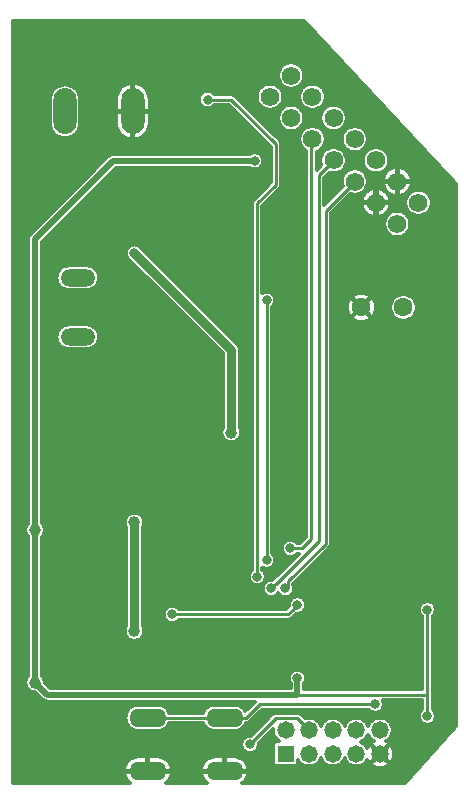
<source format=gbl>
G04 #@! TF.GenerationSoftware,KiCad,Pcbnew,5.0.0-rc2-dev-unknown-6866c0c~65~ubuntu16.04.1*
G04 #@! TF.CreationDate,2018-07-16T22:36:55+02:00*
G04 #@! TF.ProjectId,Rauchmelder_3.6,52617563686D656C6465725F332E362E,rev?*
G04 #@! TF.SameCoordinates,Original*
G04 #@! TF.FileFunction,Copper,L2,Bot,Signal*
G04 #@! TF.FilePolarity,Positive*
%FSLAX46Y46*%
G04 Gerber Fmt 4.6, Leading zero omitted, Abs format (unit mm)*
G04 Created by KiCad (PCBNEW 5.0.0-rc2-dev-unknown-6866c0c~65~ubuntu16.04.1) date Mon Jul 16 22:36:55 2018*
%MOMM*%
%LPD*%
G01*
G04 APERTURE LIST*
%ADD10O,3.149600X1.574800*%
%ADD11O,2.917600X1.458800*%
%ADD12C,1.574800*%
%ADD13C,1.600200*%
%ADD14O,1.950000X3.900000*%
%ADD15R,1.473200X1.473200*%
%ADD16C,1.473200*%
%ADD17C,0.800000*%
%ADD18C,1.000000*%
%ADD19C,0.800000*%
%ADD20C,0.250000*%
%ADD21C,0.812800*%
%ADD22C,0.500000*%
%ADD23C,0.300000*%
G04 APERTURE END LIST*
D10*
X141148800Y-131739400D03*
X141148800Y-136260600D03*
X147651200Y-131739400D03*
X147651200Y-136260600D03*
D11*
X135200000Y-99500000D03*
X135200000Y-94500000D03*
D12*
X151485021Y-79163472D03*
X153281072Y-77367421D03*
X153281072Y-80959523D03*
X155077123Y-79163472D03*
X155077123Y-82755574D03*
X156873174Y-80959523D03*
X156873174Y-84551626D03*
X158669226Y-82755574D03*
X158669226Y-86347677D03*
X160465277Y-84551626D03*
X160465277Y-88143728D03*
X162261328Y-86347677D03*
X162261328Y-89939779D03*
X164057379Y-88143728D03*
D13*
X162778000Y-97000000D03*
X159222000Y-97000000D03*
D14*
X134125000Y-80400000D03*
X139875000Y-80400000D03*
D15*
X152801200Y-134803600D03*
D16*
X152801200Y-132803600D03*
X154801200Y-134803600D03*
X154801200Y-132803600D03*
X156801200Y-134803600D03*
X156801200Y-132803600D03*
X158801200Y-134803600D03*
X158801200Y-132803600D03*
X160801200Y-134803600D03*
X160801200Y-132803600D03*
D17*
X152600000Y-122200000D03*
X148800000Y-115000000D03*
D18*
X139600000Y-100200000D03*
X139600000Y-97400000D03*
D17*
X138200000Y-128800000D03*
X151800000Y-91400000D03*
X148600000Y-91400000D03*
D18*
X130400000Y-107000000D03*
X130400000Y-111000000D03*
X138200000Y-115000000D03*
X138200000Y-116400000D03*
D17*
X138200000Y-126400000D03*
X140200000Y-128800000D03*
X141600000Y-125400000D03*
X160400000Y-113000000D03*
X155800000Y-122200000D03*
X166600000Y-127000000D03*
X140000000Y-92400000D03*
D18*
X148200000Y-107600000D03*
D17*
X160400000Y-130600000D03*
X153200000Y-117400000D03*
X151600000Y-120800008D03*
X152800000Y-120800000D03*
X151199992Y-96400000D03*
X151200000Y-118400000D03*
X143200000Y-123000000D03*
X153800000Y-122200000D03*
X146200000Y-79400000D03*
X150400000Y-119800000D03*
X149800000Y-134000000D03*
D18*
X131601200Y-115853600D03*
D17*
X150200000Y-84600000D03*
D18*
X131601200Y-128766885D03*
D17*
X164800000Y-131600000D03*
X164800000Y-122600000D03*
X153800000Y-128400000D03*
D18*
X140000000Y-124400000D03*
X140000000Y-115200004D03*
D19*
X148200000Y-100600000D02*
X148200000Y-106892894D01*
X140000000Y-92400000D02*
X148200000Y-100600000D01*
X148200000Y-106892894D02*
X148200000Y-107600000D01*
D20*
X143033450Y-131750400D02*
X147711050Y-131750400D01*
X141208650Y-131750400D02*
X143033450Y-131750400D01*
X149476000Y-131739400D02*
X150615400Y-130600000D01*
X147651200Y-131739400D02*
X149476000Y-131739400D01*
X150615400Y-130600000D02*
X160400000Y-130600000D01*
X154200000Y-117400000D02*
X153200000Y-117400000D01*
X155000000Y-116600000D02*
X154200000Y-117400000D01*
X155000000Y-82832697D02*
X155000000Y-116600000D01*
X155077123Y-82755574D02*
X155000000Y-82832697D01*
X151999999Y-120400009D02*
X151600000Y-120800008D01*
X155600000Y-116800008D02*
X151999999Y-120400009D01*
X155600000Y-85824800D02*
X155600000Y-116800008D01*
X156873174Y-84551626D02*
X155600000Y-85824800D01*
X153000000Y-120600000D02*
X152800000Y-120800000D01*
X158669226Y-86347677D02*
X156200000Y-88816903D01*
X156200000Y-117000000D02*
X153000000Y-120200000D01*
X153000000Y-120200000D02*
X153000000Y-120600000D01*
X156200000Y-88816903D02*
X156200000Y-117000000D01*
D21*
X162201200Y-89903600D02*
X162301200Y-89903600D01*
D20*
X151199992Y-118399992D02*
X151200000Y-118400000D01*
X151199992Y-96400000D02*
X151199992Y-118399992D01*
X143200000Y-123000000D02*
X153000000Y-123000000D01*
X153000000Y-123000000D02*
X153400001Y-122599999D01*
X153400001Y-122599999D02*
X153800000Y-122200000D01*
X150400000Y-88200000D02*
X150400000Y-119234315D01*
X146200000Y-79400000D02*
X148200000Y-79400000D01*
X148200000Y-79400000D02*
X152000000Y-83200000D01*
X152000000Y-83200000D02*
X152000000Y-86600000D01*
X150400000Y-119234315D02*
X150400000Y-119800000D01*
X152000000Y-86600000D02*
X150400000Y-88200000D01*
X152033001Y-131766999D02*
X149800000Y-134000000D01*
X153764599Y-131766999D02*
X152033001Y-131766999D01*
X154801200Y-132803600D02*
X153764599Y-131766999D01*
D22*
X131601200Y-115853600D02*
X131601200Y-128201200D01*
X131601200Y-128201200D02*
X131601200Y-128766885D01*
X131601200Y-91198800D02*
X138200000Y-84600000D01*
X138200000Y-84600000D02*
X150200000Y-84600000D01*
X131601200Y-115853600D02*
X131601200Y-91198800D01*
X153800000Y-129800000D02*
X153800000Y-128400000D01*
X132634315Y-129800000D02*
X153800000Y-129800000D01*
X131601200Y-128766885D02*
X132634315Y-129800000D01*
D20*
X153800000Y-129800000D02*
X164800000Y-129800000D01*
X164800000Y-129800000D02*
X164800000Y-122600000D01*
X164800000Y-131600000D02*
X164800000Y-129800000D01*
D19*
X140000000Y-124400000D02*
X140000000Y-115200004D01*
D23*
G36*
X167275001Y-86588356D02*
X167275000Y-132413659D01*
X162899794Y-137275000D01*
X149144971Y-137275000D01*
X149167636Y-137261682D01*
X149348929Y-137100219D01*
X149495239Y-136906490D01*
X149600943Y-136687939D01*
X149651945Y-136503398D01*
X149562388Y-136310600D01*
X147701200Y-136310600D01*
X147701200Y-136330600D01*
X147601200Y-136330600D01*
X147601200Y-136310600D01*
X145740012Y-136310600D01*
X145650455Y-136503398D01*
X145701457Y-136687939D01*
X145807161Y-136906490D01*
X145953471Y-137100219D01*
X146134764Y-137261682D01*
X146157429Y-137275000D01*
X142642571Y-137275000D01*
X142665236Y-137261682D01*
X142846529Y-137100219D01*
X142992839Y-136906490D01*
X143098543Y-136687939D01*
X143149545Y-136503398D01*
X143059988Y-136310600D01*
X141198800Y-136310600D01*
X141198800Y-136330600D01*
X141098800Y-136330600D01*
X141098800Y-136310600D01*
X139237612Y-136310600D01*
X139148055Y-136503398D01*
X139199057Y-136687939D01*
X139304761Y-136906490D01*
X139451071Y-137100219D01*
X139632364Y-137261682D01*
X139655029Y-137275000D01*
X129725000Y-137275000D01*
X129725000Y-136017802D01*
X139148055Y-136017802D01*
X139237612Y-136210600D01*
X141098800Y-136210600D01*
X141098800Y-135023200D01*
X141198800Y-135023200D01*
X141198800Y-136210600D01*
X143059988Y-136210600D01*
X143149545Y-136017802D01*
X145650455Y-136017802D01*
X145740012Y-136210600D01*
X147601200Y-136210600D01*
X147601200Y-135023200D01*
X147701200Y-135023200D01*
X147701200Y-136210600D01*
X149562388Y-136210600D01*
X149651945Y-136017802D01*
X149600943Y-135833261D01*
X149495239Y-135614710D01*
X149348929Y-135420981D01*
X149167636Y-135259518D01*
X148958326Y-135136526D01*
X148729044Y-135056731D01*
X148488600Y-135023200D01*
X147701200Y-135023200D01*
X147601200Y-135023200D01*
X146813800Y-135023200D01*
X146573356Y-135056731D01*
X146344074Y-135136526D01*
X146134764Y-135259518D01*
X145953471Y-135420981D01*
X145807161Y-135614710D01*
X145701457Y-135833261D01*
X145650455Y-136017802D01*
X143149545Y-136017802D01*
X143098543Y-135833261D01*
X142992839Y-135614710D01*
X142846529Y-135420981D01*
X142665236Y-135259518D01*
X142455926Y-135136526D01*
X142226644Y-135056731D01*
X141986200Y-135023200D01*
X141198800Y-135023200D01*
X141098800Y-135023200D01*
X140311400Y-135023200D01*
X140070956Y-135056731D01*
X139841674Y-135136526D01*
X139632364Y-135259518D01*
X139451071Y-135420981D01*
X139304761Y-135614710D01*
X139199057Y-135833261D01*
X139148055Y-136017802D01*
X129725000Y-136017802D01*
X129725000Y-133928594D01*
X149075000Y-133928594D01*
X149075000Y-134071406D01*
X149102861Y-134211475D01*
X149157513Y-134343416D01*
X149236856Y-134462161D01*
X149337839Y-134563144D01*
X149456584Y-134642487D01*
X149588525Y-134697139D01*
X149728594Y-134725000D01*
X149871406Y-134725000D01*
X150011475Y-134697139D01*
X150143416Y-134642487D01*
X150262161Y-134563144D01*
X150363144Y-134462161D01*
X150442487Y-134343416D01*
X150497139Y-134211475D01*
X150525000Y-134071406D01*
X150525000Y-133928594D01*
X150522147Y-133914249D01*
X151740157Y-132696238D01*
X151739600Y-132699041D01*
X151739600Y-132908159D01*
X151780396Y-133113257D01*
X151860422Y-133306456D01*
X151976601Y-133480331D01*
X152124469Y-133628199D01*
X152292432Y-133740428D01*
X152064600Y-133740428D01*
X152000889Y-133746703D01*
X151939626Y-133765287D01*
X151883166Y-133795465D01*
X151833679Y-133836079D01*
X151793065Y-133885566D01*
X151762887Y-133942026D01*
X151744303Y-134003289D01*
X151738028Y-134067000D01*
X151738028Y-135540200D01*
X151744303Y-135603911D01*
X151762887Y-135665174D01*
X151793065Y-135721634D01*
X151833679Y-135771121D01*
X151883166Y-135811735D01*
X151939626Y-135841913D01*
X152000889Y-135860497D01*
X152064600Y-135866772D01*
X153537800Y-135866772D01*
X153601511Y-135860497D01*
X153662774Y-135841913D01*
X153719234Y-135811735D01*
X153768721Y-135771121D01*
X153809335Y-135721634D01*
X153839513Y-135665174D01*
X153858097Y-135603911D01*
X153864372Y-135540200D01*
X153864372Y-135312368D01*
X153976601Y-135480331D01*
X154124469Y-135628199D01*
X154298344Y-135744378D01*
X154491543Y-135824404D01*
X154696641Y-135865200D01*
X154905759Y-135865200D01*
X155110857Y-135824404D01*
X155304056Y-135744378D01*
X155477931Y-135628199D01*
X155625799Y-135480331D01*
X155741978Y-135306456D01*
X155801200Y-135163482D01*
X155860422Y-135306456D01*
X155976601Y-135480331D01*
X156124469Y-135628199D01*
X156298344Y-135744378D01*
X156491543Y-135824404D01*
X156696641Y-135865200D01*
X156905759Y-135865200D01*
X157110857Y-135824404D01*
X157304056Y-135744378D01*
X157477931Y-135628199D01*
X157625799Y-135480331D01*
X157741978Y-135306456D01*
X157801200Y-135163482D01*
X157860422Y-135306456D01*
X157976601Y-135480331D01*
X158124469Y-135628199D01*
X158298344Y-135744378D01*
X158491543Y-135824404D01*
X158696641Y-135865200D01*
X158905759Y-135865200D01*
X159110857Y-135824404D01*
X159304056Y-135744378D01*
X159477931Y-135628199D01*
X159504431Y-135601699D01*
X160073811Y-135601699D01*
X160141428Y-135796765D01*
X160347862Y-135906396D01*
X160571717Y-135973648D01*
X160804392Y-135995936D01*
X161036944Y-135972404D01*
X161260436Y-135903954D01*
X161460972Y-135796765D01*
X161528589Y-135601699D01*
X160801200Y-134874311D01*
X160073811Y-135601699D01*
X159504431Y-135601699D01*
X159625799Y-135480331D01*
X159732080Y-135321270D01*
X159808035Y-135463372D01*
X160003101Y-135530989D01*
X160730489Y-134803600D01*
X160871911Y-134803600D01*
X161599299Y-135530989D01*
X161794365Y-135463372D01*
X161903996Y-135256938D01*
X161971248Y-135033083D01*
X161993536Y-134800408D01*
X161970004Y-134567856D01*
X161901554Y-134344364D01*
X161794365Y-134143828D01*
X161599299Y-134076211D01*
X160871911Y-134803600D01*
X160730489Y-134803600D01*
X160003101Y-134076211D01*
X159808035Y-134143828D01*
X159732352Y-134286338D01*
X159625799Y-134126869D01*
X159477931Y-133979001D01*
X159304056Y-133862822D01*
X159161082Y-133803600D01*
X159304056Y-133744378D01*
X159477931Y-133628199D01*
X159625799Y-133480331D01*
X159741978Y-133306456D01*
X159801200Y-133163482D01*
X159860422Y-133306456D01*
X159976601Y-133480331D01*
X160124469Y-133628199D01*
X160283530Y-133734480D01*
X160141428Y-133810435D01*
X160073811Y-134005501D01*
X160801200Y-134732889D01*
X161528589Y-134005501D01*
X161460972Y-133810435D01*
X161318462Y-133734752D01*
X161477931Y-133628199D01*
X161625799Y-133480331D01*
X161741978Y-133306456D01*
X161822004Y-133113257D01*
X161862800Y-132908159D01*
X161862800Y-132699041D01*
X161822004Y-132493943D01*
X161741978Y-132300744D01*
X161625799Y-132126869D01*
X161477931Y-131979001D01*
X161304056Y-131862822D01*
X161110857Y-131782796D01*
X160905759Y-131742000D01*
X160696641Y-131742000D01*
X160491543Y-131782796D01*
X160298344Y-131862822D01*
X160124469Y-131979001D01*
X159976601Y-132126869D01*
X159860422Y-132300744D01*
X159801200Y-132443718D01*
X159741978Y-132300744D01*
X159625799Y-132126869D01*
X159477931Y-131979001D01*
X159304056Y-131862822D01*
X159110857Y-131782796D01*
X158905759Y-131742000D01*
X158696641Y-131742000D01*
X158491543Y-131782796D01*
X158298344Y-131862822D01*
X158124469Y-131979001D01*
X157976601Y-132126869D01*
X157860422Y-132300744D01*
X157801200Y-132443718D01*
X157741978Y-132300744D01*
X157625799Y-132126869D01*
X157477931Y-131979001D01*
X157304056Y-131862822D01*
X157110857Y-131782796D01*
X156905759Y-131742000D01*
X156696641Y-131742000D01*
X156491543Y-131782796D01*
X156298344Y-131862822D01*
X156124469Y-131979001D01*
X155976601Y-132126869D01*
X155860422Y-132300744D01*
X155801200Y-132443718D01*
X155741978Y-132300744D01*
X155625799Y-132126869D01*
X155477931Y-131979001D01*
X155304056Y-131862822D01*
X155110857Y-131782796D01*
X154905759Y-131742000D01*
X154696641Y-131742000D01*
X154491543Y-131782796D01*
X154438686Y-131804690D01*
X154098428Y-131464433D01*
X154084336Y-131447262D01*
X154015815Y-131391028D01*
X153937640Y-131349242D01*
X153852814Y-131323510D01*
X153786704Y-131316999D01*
X153786693Y-131316999D01*
X153764599Y-131314823D01*
X153742505Y-131316999D01*
X152055092Y-131316999D01*
X152033000Y-131314823D01*
X152010908Y-131316999D01*
X152010896Y-131316999D01*
X151944786Y-131323510D01*
X151859960Y-131349242D01*
X151781784Y-131391028D01*
X151730433Y-131433171D01*
X151730429Y-131433175D01*
X151713264Y-131447262D01*
X151699177Y-131464427D01*
X149885751Y-133277853D01*
X149871406Y-133275000D01*
X149728594Y-133275000D01*
X149588525Y-133302861D01*
X149456584Y-133357513D01*
X149337839Y-133436856D01*
X149236856Y-133537839D01*
X149157513Y-133656584D01*
X149102861Y-133788525D01*
X149075000Y-133928594D01*
X129725000Y-133928594D01*
X129725000Y-115772345D01*
X130776200Y-115772345D01*
X130776200Y-115934855D01*
X130807904Y-116094244D01*
X130870094Y-116244384D01*
X130960381Y-116379507D01*
X131026200Y-116445326D01*
X131026201Y-128172945D01*
X131026200Y-128172955D01*
X131026200Y-128175159D01*
X130960381Y-128240978D01*
X130870094Y-128376101D01*
X130807904Y-128526241D01*
X130776200Y-128685630D01*
X130776200Y-128848140D01*
X130807904Y-129007529D01*
X130870094Y-129157669D01*
X130960381Y-129292792D01*
X131075293Y-129407704D01*
X131210416Y-129497991D01*
X131360556Y-129560181D01*
X131519945Y-129591885D01*
X131613028Y-129591885D01*
X132207754Y-130186612D01*
X132225761Y-130208554D01*
X132247701Y-130226559D01*
X132313316Y-130280408D01*
X132413207Y-130333801D01*
X132521595Y-130366680D01*
X132606069Y-130375000D01*
X132606071Y-130375000D01*
X132634314Y-130377782D01*
X132662557Y-130375000D01*
X150204004Y-130375000D01*
X149400260Y-131178745D01*
X149368002Y-131118394D01*
X149228991Y-130949009D01*
X149059606Y-130809998D01*
X148866357Y-130706704D01*
X148656668Y-130643096D01*
X148493244Y-130627000D01*
X146809156Y-130627000D01*
X146645732Y-130643096D01*
X146436043Y-130706704D01*
X146242794Y-130809998D01*
X146073409Y-130949009D01*
X145934398Y-131118394D01*
X145837114Y-131300400D01*
X142962886Y-131300400D01*
X142865602Y-131118394D01*
X142726591Y-130949009D01*
X142557206Y-130809998D01*
X142363957Y-130706704D01*
X142154268Y-130643096D01*
X141990844Y-130627000D01*
X140306756Y-130627000D01*
X140143332Y-130643096D01*
X139933643Y-130706704D01*
X139740394Y-130809998D01*
X139571009Y-130949009D01*
X139431998Y-131118394D01*
X139328704Y-131311643D01*
X139265096Y-131521332D01*
X139243618Y-131739400D01*
X139265096Y-131957468D01*
X139328704Y-132167157D01*
X139431998Y-132360406D01*
X139571009Y-132529791D01*
X139740394Y-132668802D01*
X139933643Y-132772096D01*
X140143332Y-132835704D01*
X140306756Y-132851800D01*
X141990844Y-132851800D01*
X142154268Y-132835704D01*
X142363957Y-132772096D01*
X142557206Y-132668802D01*
X142726591Y-132529791D01*
X142865602Y-132360406D01*
X142951127Y-132200400D01*
X145848873Y-132200400D01*
X145934398Y-132360406D01*
X146073409Y-132529791D01*
X146242794Y-132668802D01*
X146436043Y-132772096D01*
X146645732Y-132835704D01*
X146809156Y-132851800D01*
X148493244Y-132851800D01*
X148656668Y-132835704D01*
X148866357Y-132772096D01*
X149059606Y-132668802D01*
X149228991Y-132529791D01*
X149368002Y-132360406D01*
X149459132Y-132189915D01*
X149476000Y-132191576D01*
X149498094Y-132189400D01*
X149498105Y-132189400D01*
X149564215Y-132182889D01*
X149649041Y-132157157D01*
X149727216Y-132115371D01*
X149795737Y-132059137D01*
X149809829Y-132041966D01*
X150801796Y-131050000D01*
X159828730Y-131050000D01*
X159836856Y-131062161D01*
X159937839Y-131163144D01*
X160056584Y-131242487D01*
X160188525Y-131297139D01*
X160328594Y-131325000D01*
X160471406Y-131325000D01*
X160611475Y-131297139D01*
X160743416Y-131242487D01*
X160862161Y-131163144D01*
X160963144Y-131062161D01*
X161042487Y-130943416D01*
X161097139Y-130811475D01*
X161125000Y-130671406D01*
X161125000Y-130528594D01*
X161097139Y-130388525D01*
X161042487Y-130256584D01*
X161038088Y-130250000D01*
X164350001Y-130250000D01*
X164350000Y-131028730D01*
X164337839Y-131036856D01*
X164236856Y-131137839D01*
X164157513Y-131256584D01*
X164102861Y-131388525D01*
X164075000Y-131528594D01*
X164075000Y-131671406D01*
X164102861Y-131811475D01*
X164157513Y-131943416D01*
X164236856Y-132062161D01*
X164337839Y-132163144D01*
X164456584Y-132242487D01*
X164588525Y-132297139D01*
X164728594Y-132325000D01*
X164871406Y-132325000D01*
X165011475Y-132297139D01*
X165143416Y-132242487D01*
X165262161Y-132163144D01*
X165363144Y-132062161D01*
X165442487Y-131943416D01*
X165497139Y-131811475D01*
X165525000Y-131671406D01*
X165525000Y-131528594D01*
X165497139Y-131388525D01*
X165442487Y-131256584D01*
X165363144Y-131137839D01*
X165262161Y-131036856D01*
X165250000Y-131028730D01*
X165250000Y-129822104D01*
X165252177Y-129800000D01*
X165250000Y-129777895D01*
X165250000Y-123171270D01*
X165262161Y-123163144D01*
X165363144Y-123062161D01*
X165442487Y-122943416D01*
X165497139Y-122811475D01*
X165525000Y-122671406D01*
X165525000Y-122528594D01*
X165497139Y-122388525D01*
X165442487Y-122256584D01*
X165363144Y-122137839D01*
X165262161Y-122036856D01*
X165143416Y-121957513D01*
X165011475Y-121902861D01*
X164871406Y-121875000D01*
X164728594Y-121875000D01*
X164588525Y-121902861D01*
X164456584Y-121957513D01*
X164337839Y-122036856D01*
X164236856Y-122137839D01*
X164157513Y-122256584D01*
X164102861Y-122388525D01*
X164075000Y-122528594D01*
X164075000Y-122671406D01*
X164102861Y-122811475D01*
X164157513Y-122943416D01*
X164236856Y-123062161D01*
X164337839Y-123163144D01*
X164350001Y-123171270D01*
X164350000Y-129350000D01*
X154375000Y-129350000D01*
X154375000Y-128844417D01*
X154442487Y-128743416D01*
X154497139Y-128611475D01*
X154525000Y-128471406D01*
X154525000Y-128328594D01*
X154497139Y-128188525D01*
X154442487Y-128056584D01*
X154363144Y-127937839D01*
X154262161Y-127836856D01*
X154143416Y-127757513D01*
X154011475Y-127702861D01*
X153871406Y-127675000D01*
X153728594Y-127675000D01*
X153588525Y-127702861D01*
X153456584Y-127757513D01*
X153337839Y-127836856D01*
X153236856Y-127937839D01*
X153157513Y-128056584D01*
X153102861Y-128188525D01*
X153075000Y-128328594D01*
X153075000Y-128471406D01*
X153102861Y-128611475D01*
X153157513Y-128743416D01*
X153225001Y-128844418D01*
X153225000Y-129225000D01*
X132872488Y-129225000D01*
X132426200Y-128778713D01*
X132426200Y-128685630D01*
X132394496Y-128526241D01*
X132332306Y-128376101D01*
X132242019Y-128240978D01*
X132176200Y-128175159D01*
X132176200Y-116445326D01*
X132242019Y-116379507D01*
X132332306Y-116244384D01*
X132394496Y-116094244D01*
X132426200Y-115934855D01*
X132426200Y-115772345D01*
X132394496Y-115612956D01*
X132332306Y-115462816D01*
X132242019Y-115327693D01*
X132176200Y-115261874D01*
X132176200Y-115118749D01*
X139175000Y-115118749D01*
X139175000Y-115281259D01*
X139206704Y-115440648D01*
X139268894Y-115590788D01*
X139275001Y-115599928D01*
X139275000Y-124000078D01*
X139268894Y-124009216D01*
X139206704Y-124159356D01*
X139175000Y-124318745D01*
X139175000Y-124481255D01*
X139206704Y-124640644D01*
X139268894Y-124790784D01*
X139359181Y-124925907D01*
X139474093Y-125040819D01*
X139609216Y-125131106D01*
X139759356Y-125193296D01*
X139918745Y-125225000D01*
X140081255Y-125225000D01*
X140240644Y-125193296D01*
X140390784Y-125131106D01*
X140525907Y-125040819D01*
X140640819Y-124925907D01*
X140731106Y-124790784D01*
X140793296Y-124640644D01*
X140825000Y-124481255D01*
X140825000Y-124318745D01*
X140793296Y-124159356D01*
X140731106Y-124009216D01*
X140725000Y-124000078D01*
X140725000Y-122928594D01*
X142475000Y-122928594D01*
X142475000Y-123071406D01*
X142502861Y-123211475D01*
X142557513Y-123343416D01*
X142636856Y-123462161D01*
X142737839Y-123563144D01*
X142856584Y-123642487D01*
X142988525Y-123697139D01*
X143128594Y-123725000D01*
X143271406Y-123725000D01*
X143411475Y-123697139D01*
X143543416Y-123642487D01*
X143662161Y-123563144D01*
X143763144Y-123462161D01*
X143771270Y-123450000D01*
X152977906Y-123450000D01*
X153000000Y-123452176D01*
X153022094Y-123450000D01*
X153022105Y-123450000D01*
X153088215Y-123443489D01*
X153173041Y-123417757D01*
X153251216Y-123375971D01*
X153319737Y-123319737D01*
X153333828Y-123302567D01*
X153714249Y-122922147D01*
X153728594Y-122925000D01*
X153871406Y-122925000D01*
X154011475Y-122897139D01*
X154143416Y-122842487D01*
X154262161Y-122763144D01*
X154363144Y-122662161D01*
X154442487Y-122543416D01*
X154497139Y-122411475D01*
X154525000Y-122271406D01*
X154525000Y-122128594D01*
X154497139Y-121988525D01*
X154442487Y-121856584D01*
X154363144Y-121737839D01*
X154262161Y-121636856D01*
X154143416Y-121557513D01*
X154011475Y-121502861D01*
X153871406Y-121475000D01*
X153728594Y-121475000D01*
X153588525Y-121502861D01*
X153456584Y-121557513D01*
X153337839Y-121636856D01*
X153236856Y-121737839D01*
X153157513Y-121856584D01*
X153102861Y-121988525D01*
X153075000Y-122128594D01*
X153075000Y-122271406D01*
X153077853Y-122285751D01*
X152813605Y-122550000D01*
X143771270Y-122550000D01*
X143763144Y-122537839D01*
X143662161Y-122436856D01*
X143543416Y-122357513D01*
X143411475Y-122302861D01*
X143271406Y-122275000D01*
X143128594Y-122275000D01*
X142988525Y-122302861D01*
X142856584Y-122357513D01*
X142737839Y-122436856D01*
X142636856Y-122537839D01*
X142557513Y-122656584D01*
X142502861Y-122788525D01*
X142475000Y-122928594D01*
X140725000Y-122928594D01*
X140725000Y-120728602D01*
X150875000Y-120728602D01*
X150875000Y-120871414D01*
X150902861Y-121011483D01*
X150957513Y-121143424D01*
X151036856Y-121262169D01*
X151137839Y-121363152D01*
X151256584Y-121442495D01*
X151388525Y-121497147D01*
X151528594Y-121525008D01*
X151671406Y-121525008D01*
X151811475Y-121497147D01*
X151943416Y-121442495D01*
X152062161Y-121363152D01*
X152163144Y-121262169D01*
X152200003Y-121207006D01*
X152236856Y-121262161D01*
X152337839Y-121363144D01*
X152456584Y-121442487D01*
X152588525Y-121497139D01*
X152728594Y-121525000D01*
X152871406Y-121525000D01*
X153011475Y-121497139D01*
X153143416Y-121442487D01*
X153262161Y-121363144D01*
X153363144Y-121262161D01*
X153442487Y-121143416D01*
X153497139Y-121011475D01*
X153525000Y-120871406D01*
X153525000Y-120728594D01*
X153497139Y-120588525D01*
X153450000Y-120474722D01*
X153450000Y-120386395D01*
X156502572Y-117333824D01*
X156519737Y-117319737D01*
X156533824Y-117302572D01*
X156533828Y-117302568D01*
X156575971Y-117251217D01*
X156593851Y-117217765D01*
X156617757Y-117173041D01*
X156643489Y-117088215D01*
X156650000Y-117022105D01*
X156650000Y-117022093D01*
X156652176Y-117000001D01*
X156650000Y-116977909D01*
X156650000Y-97843264D01*
X158449447Y-97843264D01*
X158524690Y-98044830D01*
X158741925Y-98160792D01*
X158977609Y-98232146D01*
X159222684Y-98256148D01*
X159467734Y-98231878D01*
X159703340Y-98160267D01*
X159919310Y-98044830D01*
X159994553Y-97843264D01*
X159222000Y-97070711D01*
X158449447Y-97843264D01*
X156650000Y-97843264D01*
X156650000Y-97000684D01*
X157965852Y-97000684D01*
X157990122Y-97245734D01*
X158061733Y-97481340D01*
X158177170Y-97697310D01*
X158378736Y-97772553D01*
X159151289Y-97000000D01*
X159292711Y-97000000D01*
X160065264Y-97772553D01*
X160266830Y-97697310D01*
X160382792Y-97480075D01*
X160454146Y-97244391D01*
X160478148Y-96999316D01*
X160467241Y-96889187D01*
X161652900Y-96889187D01*
X161652900Y-97110813D01*
X161696137Y-97328180D01*
X161780949Y-97532935D01*
X161904078Y-97717210D01*
X162060790Y-97873922D01*
X162245065Y-97997051D01*
X162449820Y-98081863D01*
X162667187Y-98125100D01*
X162888813Y-98125100D01*
X163106180Y-98081863D01*
X163310935Y-97997051D01*
X163495210Y-97873922D01*
X163651922Y-97717210D01*
X163775051Y-97532935D01*
X163859863Y-97328180D01*
X163903100Y-97110813D01*
X163903100Y-96889187D01*
X163859863Y-96671820D01*
X163775051Y-96467065D01*
X163651922Y-96282790D01*
X163495210Y-96126078D01*
X163310935Y-96002949D01*
X163106180Y-95918137D01*
X162888813Y-95874900D01*
X162667187Y-95874900D01*
X162449820Y-95918137D01*
X162245065Y-96002949D01*
X162060790Y-96126078D01*
X161904078Y-96282790D01*
X161780949Y-96467065D01*
X161696137Y-96671820D01*
X161652900Y-96889187D01*
X160467241Y-96889187D01*
X160453878Y-96754266D01*
X160382267Y-96518660D01*
X160266830Y-96302690D01*
X160065264Y-96227447D01*
X159292711Y-97000000D01*
X159151289Y-97000000D01*
X158378736Y-96227447D01*
X158177170Y-96302690D01*
X158061208Y-96519925D01*
X157989854Y-96755609D01*
X157965852Y-97000684D01*
X156650000Y-97000684D01*
X156650000Y-96156736D01*
X158449447Y-96156736D01*
X159222000Y-96929289D01*
X159994553Y-96156736D01*
X159919310Y-95955170D01*
X159702075Y-95839208D01*
X159466391Y-95767854D01*
X159221316Y-95743852D01*
X158976266Y-95768122D01*
X158740660Y-95839733D01*
X158524690Y-95955170D01*
X158449447Y-96156736D01*
X156650000Y-96156736D01*
X156650000Y-89830217D01*
X161148928Y-89830217D01*
X161148928Y-90049341D01*
X161191677Y-90264254D01*
X161275532Y-90466698D01*
X161397271Y-90648892D01*
X161552215Y-90803836D01*
X161734409Y-90925575D01*
X161936853Y-91009430D01*
X162151766Y-91052179D01*
X162370890Y-91052179D01*
X162585803Y-91009430D01*
X162788247Y-90925575D01*
X162970441Y-90803836D01*
X163125385Y-90648892D01*
X163247124Y-90466698D01*
X163330979Y-90264254D01*
X163373728Y-90049341D01*
X163373728Y-89830217D01*
X163330979Y-89615304D01*
X163247124Y-89412860D01*
X163125385Y-89230666D01*
X162970441Y-89075722D01*
X162788247Y-88953983D01*
X162585803Y-88870128D01*
X162370890Y-88827379D01*
X162151766Y-88827379D01*
X161936853Y-88870128D01*
X161734409Y-88953983D01*
X161552215Y-89075722D01*
X161397271Y-89230666D01*
X161275532Y-89412860D01*
X161191677Y-89615304D01*
X161148928Y-89830217D01*
X156650000Y-89830217D01*
X156650000Y-89003298D01*
X157265834Y-88387464D01*
X159246013Y-88387464D01*
X159316991Y-88620647D01*
X159432097Y-88835503D01*
X159554243Y-88984048D01*
X159551226Y-88987065D01*
X159582156Y-89017995D01*
X159586908Y-89023774D01*
X159592585Y-89028424D01*
X159621940Y-89057779D01*
X159624860Y-89054859D01*
X159775474Y-89178225D01*
X159990549Y-89292921D01*
X160221541Y-89362992D01*
X160415277Y-89273509D01*
X160415277Y-88264441D01*
X160451136Y-88228582D01*
X160479418Y-88228582D01*
X160515277Y-88264441D01*
X160515277Y-89273509D01*
X160709013Y-89362992D01*
X160942196Y-89292014D01*
X161157052Y-89176908D01*
X161305597Y-89054762D01*
X161308614Y-89057779D01*
X161339544Y-89026849D01*
X161345323Y-89022097D01*
X161349973Y-89016420D01*
X161379328Y-88987065D01*
X161376408Y-88984145D01*
X161499774Y-88833531D01*
X161614470Y-88618456D01*
X161684541Y-88387464D01*
X161595058Y-88193728D01*
X160585990Y-88193728D01*
X160550131Y-88157869D01*
X160479418Y-88228582D01*
X160451136Y-88228582D01*
X160380423Y-88157869D01*
X160344564Y-88193728D01*
X159335496Y-88193728D01*
X159246013Y-88387464D01*
X157265834Y-88387464D01*
X157753306Y-87899992D01*
X159246013Y-87899992D01*
X159335496Y-88093728D01*
X160344564Y-88093728D01*
X160380423Y-88129587D01*
X160451136Y-88058874D01*
X160479418Y-88058874D01*
X160550131Y-88129587D01*
X160585990Y-88093728D01*
X161595058Y-88093728D01*
X161622568Y-88034166D01*
X162944979Y-88034166D01*
X162944979Y-88253290D01*
X162987728Y-88468203D01*
X163071583Y-88670647D01*
X163193322Y-88852841D01*
X163348266Y-89007785D01*
X163530460Y-89129524D01*
X163732904Y-89213379D01*
X163947817Y-89256128D01*
X164166941Y-89256128D01*
X164381854Y-89213379D01*
X164584298Y-89129524D01*
X164766492Y-89007785D01*
X164921436Y-88852841D01*
X165043175Y-88670647D01*
X165127030Y-88468203D01*
X165169779Y-88253290D01*
X165169779Y-88034166D01*
X165127030Y-87819253D01*
X165043175Y-87616809D01*
X164921436Y-87434615D01*
X164766492Y-87279671D01*
X164584298Y-87157932D01*
X164381854Y-87074077D01*
X164166941Y-87031328D01*
X163947817Y-87031328D01*
X163732904Y-87074077D01*
X163530460Y-87157932D01*
X163348266Y-87279671D01*
X163193322Y-87434615D01*
X163071583Y-87616809D01*
X162987728Y-87819253D01*
X162944979Y-88034166D01*
X161622568Y-88034166D01*
X161684541Y-87899992D01*
X161613563Y-87666809D01*
X161498457Y-87451953D01*
X161376311Y-87303408D01*
X161379328Y-87300391D01*
X161348398Y-87269461D01*
X161343646Y-87263682D01*
X161337969Y-87259032D01*
X161308614Y-87229677D01*
X161305694Y-87232597D01*
X161155080Y-87109231D01*
X160940005Y-86994535D01*
X160709013Y-86924464D01*
X160515277Y-87013947D01*
X160515277Y-88023015D01*
X160479418Y-88058874D01*
X160451136Y-88058874D01*
X160415277Y-88023015D01*
X160415277Y-87013947D01*
X160221541Y-86924464D01*
X159988358Y-86995442D01*
X159773502Y-87110548D01*
X159624957Y-87232694D01*
X159621940Y-87229677D01*
X159591010Y-87260607D01*
X159585231Y-87265359D01*
X159580581Y-87271036D01*
X159551226Y-87300391D01*
X159554146Y-87303311D01*
X159430780Y-87453925D01*
X159316084Y-87669000D01*
X159246013Y-87899992D01*
X157753306Y-87899992D01*
X158267832Y-87385467D01*
X158344751Y-87417328D01*
X158559664Y-87460077D01*
X158778788Y-87460077D01*
X158993701Y-87417328D01*
X159196145Y-87333473D01*
X159378339Y-87211734D01*
X159533283Y-87056790D01*
X159655022Y-86874596D01*
X159738877Y-86672152D01*
X159754937Y-86591413D01*
X161042064Y-86591413D01*
X161113042Y-86824596D01*
X161228148Y-87039452D01*
X161350294Y-87187997D01*
X161347277Y-87191014D01*
X161378207Y-87221944D01*
X161382959Y-87227723D01*
X161388636Y-87232373D01*
X161417991Y-87261728D01*
X161420911Y-87258808D01*
X161571525Y-87382174D01*
X161786600Y-87496870D01*
X162017592Y-87566941D01*
X162211328Y-87477458D01*
X162211328Y-86468390D01*
X162247187Y-86432531D01*
X162275469Y-86432531D01*
X162311328Y-86468390D01*
X162311328Y-87477458D01*
X162505064Y-87566941D01*
X162738247Y-87495963D01*
X162953103Y-87380857D01*
X163101648Y-87258711D01*
X163104665Y-87261728D01*
X163135595Y-87230798D01*
X163141374Y-87226046D01*
X163146024Y-87220369D01*
X163175379Y-87191014D01*
X163172459Y-87188094D01*
X163295825Y-87037480D01*
X163410521Y-86822405D01*
X163480592Y-86591413D01*
X163391109Y-86397677D01*
X162382041Y-86397677D01*
X162346182Y-86361818D01*
X162275469Y-86432531D01*
X162247187Y-86432531D01*
X162176474Y-86361818D01*
X162140615Y-86397677D01*
X161131547Y-86397677D01*
X161042064Y-86591413D01*
X159754937Y-86591413D01*
X159781626Y-86457239D01*
X159781626Y-86238115D01*
X159754938Y-86103941D01*
X161042064Y-86103941D01*
X161131547Y-86297677D01*
X162140615Y-86297677D01*
X162176474Y-86333536D01*
X162247187Y-86262823D01*
X162275469Y-86262823D01*
X162346182Y-86333536D01*
X162382041Y-86297677D01*
X163391109Y-86297677D01*
X163480592Y-86103941D01*
X163409614Y-85870758D01*
X163294508Y-85655902D01*
X163172362Y-85507357D01*
X163175379Y-85504340D01*
X163144449Y-85473410D01*
X163139697Y-85467631D01*
X163134020Y-85462981D01*
X163104665Y-85433626D01*
X163101745Y-85436546D01*
X162951131Y-85313180D01*
X162736056Y-85198484D01*
X162505064Y-85128413D01*
X162311328Y-85217896D01*
X162311328Y-86226964D01*
X162275469Y-86262823D01*
X162247187Y-86262823D01*
X162211328Y-86226964D01*
X162211328Y-85217896D01*
X162017592Y-85128413D01*
X161784409Y-85199391D01*
X161569553Y-85314497D01*
X161421008Y-85436643D01*
X161417991Y-85433626D01*
X161387061Y-85464556D01*
X161381282Y-85469308D01*
X161376632Y-85474985D01*
X161347277Y-85504340D01*
X161350197Y-85507260D01*
X161226831Y-85657874D01*
X161112135Y-85872949D01*
X161042064Y-86103941D01*
X159754938Y-86103941D01*
X159738877Y-86023202D01*
X159655022Y-85820758D01*
X159533283Y-85638564D01*
X159378339Y-85483620D01*
X159196145Y-85361881D01*
X158993701Y-85278026D01*
X158778788Y-85235277D01*
X158559664Y-85235277D01*
X158344751Y-85278026D01*
X158142307Y-85361881D01*
X157960113Y-85483620D01*
X157805169Y-85638564D01*
X157683430Y-85820758D01*
X157599575Y-86023202D01*
X157556826Y-86238115D01*
X157556826Y-86457239D01*
X157599575Y-86672152D01*
X157631436Y-86749071D01*
X156050000Y-88330508D01*
X156050000Y-86011195D01*
X156471780Y-85589416D01*
X156548699Y-85621277D01*
X156763612Y-85664026D01*
X156982736Y-85664026D01*
X157197649Y-85621277D01*
X157400093Y-85537422D01*
X157582287Y-85415683D01*
X157737231Y-85260739D01*
X157858970Y-85078545D01*
X157942825Y-84876101D01*
X157985574Y-84661188D01*
X157985574Y-84442064D01*
X159352877Y-84442064D01*
X159352877Y-84661188D01*
X159395626Y-84876101D01*
X159479481Y-85078545D01*
X159601220Y-85260739D01*
X159756164Y-85415683D01*
X159938358Y-85537422D01*
X160140802Y-85621277D01*
X160355715Y-85664026D01*
X160574839Y-85664026D01*
X160789752Y-85621277D01*
X160992196Y-85537422D01*
X161174390Y-85415683D01*
X161329334Y-85260739D01*
X161451073Y-85078545D01*
X161534928Y-84876101D01*
X161577677Y-84661188D01*
X161577677Y-84442064D01*
X161534928Y-84227151D01*
X161451073Y-84024707D01*
X161329334Y-83842513D01*
X161174390Y-83687569D01*
X160992196Y-83565830D01*
X160789752Y-83481975D01*
X160574839Y-83439226D01*
X160355715Y-83439226D01*
X160140802Y-83481975D01*
X159938358Y-83565830D01*
X159756164Y-83687569D01*
X159601220Y-83842513D01*
X159479481Y-84024707D01*
X159395626Y-84227151D01*
X159352877Y-84442064D01*
X157985574Y-84442064D01*
X157942825Y-84227151D01*
X157858970Y-84024707D01*
X157737231Y-83842513D01*
X157582287Y-83687569D01*
X157400093Y-83565830D01*
X157197649Y-83481975D01*
X156982736Y-83439226D01*
X156763612Y-83439226D01*
X156548699Y-83481975D01*
X156346255Y-83565830D01*
X156164061Y-83687569D01*
X156009117Y-83842513D01*
X155887378Y-84024707D01*
X155803523Y-84227151D01*
X155760774Y-84442064D01*
X155760774Y-84661188D01*
X155803523Y-84876101D01*
X155835384Y-84953020D01*
X155450000Y-85338405D01*
X155450000Y-83805176D01*
X155604042Y-83741370D01*
X155786236Y-83619631D01*
X155941180Y-83464687D01*
X156062919Y-83282493D01*
X156146774Y-83080049D01*
X156189523Y-82865136D01*
X156189523Y-82646012D01*
X157556826Y-82646012D01*
X157556826Y-82865136D01*
X157599575Y-83080049D01*
X157683430Y-83282493D01*
X157805169Y-83464687D01*
X157960113Y-83619631D01*
X158142307Y-83741370D01*
X158344751Y-83825225D01*
X158559664Y-83867974D01*
X158778788Y-83867974D01*
X158993701Y-83825225D01*
X159196145Y-83741370D01*
X159378339Y-83619631D01*
X159533283Y-83464687D01*
X159655022Y-83282493D01*
X159738877Y-83080049D01*
X159781626Y-82865136D01*
X159781626Y-82646012D01*
X159738877Y-82431099D01*
X159655022Y-82228655D01*
X159533283Y-82046461D01*
X159378339Y-81891517D01*
X159196145Y-81769778D01*
X158993701Y-81685923D01*
X158778788Y-81643174D01*
X158559664Y-81643174D01*
X158344751Y-81685923D01*
X158142307Y-81769778D01*
X157960113Y-81891517D01*
X157805169Y-82046461D01*
X157683430Y-82228655D01*
X157599575Y-82431099D01*
X157556826Y-82646012D01*
X156189523Y-82646012D01*
X156146774Y-82431099D01*
X156062919Y-82228655D01*
X155941180Y-82046461D01*
X155786236Y-81891517D01*
X155604042Y-81769778D01*
X155401598Y-81685923D01*
X155186685Y-81643174D01*
X154967561Y-81643174D01*
X154752648Y-81685923D01*
X154550204Y-81769778D01*
X154368010Y-81891517D01*
X154213066Y-82046461D01*
X154091327Y-82228655D01*
X154007472Y-82431099D01*
X153964723Y-82646012D01*
X153964723Y-82865136D01*
X154007472Y-83080049D01*
X154091327Y-83282493D01*
X154213066Y-83464687D01*
X154368010Y-83619631D01*
X154550000Y-83741234D01*
X154550001Y-116413603D01*
X154013605Y-116950000D01*
X153771270Y-116950000D01*
X153763144Y-116937839D01*
X153662161Y-116836856D01*
X153543416Y-116757513D01*
X153411475Y-116702861D01*
X153271406Y-116675000D01*
X153128594Y-116675000D01*
X152988525Y-116702861D01*
X152856584Y-116757513D01*
X152737839Y-116836856D01*
X152636856Y-116937839D01*
X152557513Y-117056584D01*
X152502861Y-117188525D01*
X152475000Y-117328594D01*
X152475000Y-117471406D01*
X152502861Y-117611475D01*
X152557513Y-117743416D01*
X152636856Y-117862161D01*
X152737839Y-117963144D01*
X152856584Y-118042487D01*
X152988525Y-118097139D01*
X153128594Y-118125000D01*
X153271406Y-118125000D01*
X153411475Y-118097139D01*
X153543416Y-118042487D01*
X153662161Y-117963144D01*
X153763144Y-117862161D01*
X153771270Y-117850000D01*
X153913612Y-117850000D01*
X151697437Y-120066176D01*
X151697431Y-120066181D01*
X151685751Y-120077861D01*
X151671406Y-120075008D01*
X151528594Y-120075008D01*
X151388525Y-120102869D01*
X151256584Y-120157521D01*
X151137839Y-120236864D01*
X151036856Y-120337847D01*
X150957513Y-120456592D01*
X150902861Y-120588533D01*
X150875000Y-120728602D01*
X140725000Y-120728602D01*
X140725000Y-115599926D01*
X140731106Y-115590788D01*
X140793296Y-115440648D01*
X140825000Y-115281259D01*
X140825000Y-115118749D01*
X140793296Y-114959360D01*
X140731106Y-114809220D01*
X140640819Y-114674097D01*
X140525907Y-114559185D01*
X140390784Y-114468898D01*
X140240644Y-114406708D01*
X140081255Y-114375004D01*
X139918745Y-114375004D01*
X139759356Y-114406708D01*
X139609216Y-114468898D01*
X139474093Y-114559185D01*
X139359181Y-114674097D01*
X139268894Y-114809220D01*
X139206704Y-114959360D01*
X139175000Y-115118749D01*
X132176200Y-115118749D01*
X132176200Y-99500000D01*
X133411099Y-99500000D01*
X133431457Y-99706698D01*
X133491749Y-99905453D01*
X133589657Y-100088627D01*
X133721420Y-100249180D01*
X133881973Y-100380943D01*
X134065147Y-100478851D01*
X134263902Y-100539143D01*
X134418809Y-100554400D01*
X135981191Y-100554400D01*
X136136098Y-100539143D01*
X136334853Y-100478851D01*
X136518027Y-100380943D01*
X136678580Y-100249180D01*
X136810343Y-100088627D01*
X136908251Y-99905453D01*
X136968543Y-99706698D01*
X136988901Y-99500000D01*
X136968543Y-99293302D01*
X136908251Y-99094547D01*
X136810343Y-98911373D01*
X136678580Y-98750820D01*
X136518027Y-98619057D01*
X136334853Y-98521149D01*
X136136098Y-98460857D01*
X135981191Y-98445600D01*
X134418809Y-98445600D01*
X134263902Y-98460857D01*
X134065147Y-98521149D01*
X133881973Y-98619057D01*
X133721420Y-98750820D01*
X133589657Y-98911373D01*
X133491749Y-99094547D01*
X133431457Y-99293302D01*
X133411099Y-99500000D01*
X132176200Y-99500000D01*
X132176200Y-94500000D01*
X133411099Y-94500000D01*
X133431457Y-94706698D01*
X133491749Y-94905453D01*
X133589657Y-95088627D01*
X133721420Y-95249180D01*
X133881973Y-95380943D01*
X134065147Y-95478851D01*
X134263902Y-95539143D01*
X134418809Y-95554400D01*
X135981191Y-95554400D01*
X136136098Y-95539143D01*
X136334853Y-95478851D01*
X136518027Y-95380943D01*
X136678580Y-95249180D01*
X136810343Y-95088627D01*
X136908251Y-94905453D01*
X136968543Y-94706698D01*
X136988901Y-94500000D01*
X136968543Y-94293302D01*
X136908251Y-94094547D01*
X136810343Y-93911373D01*
X136678580Y-93750820D01*
X136518027Y-93619057D01*
X136334853Y-93521149D01*
X136136098Y-93460857D01*
X135981191Y-93445600D01*
X134418809Y-93445600D01*
X134263902Y-93460857D01*
X134065147Y-93521149D01*
X133881973Y-93619057D01*
X133721420Y-93750820D01*
X133589657Y-93911373D01*
X133491749Y-94094547D01*
X133431457Y-94293302D01*
X133411099Y-94500000D01*
X132176200Y-94500000D01*
X132176200Y-92400000D01*
X139271494Y-92400000D01*
X139275000Y-92435597D01*
X139275000Y-92471406D01*
X139281986Y-92506528D01*
X139285492Y-92542124D01*
X139295875Y-92576353D01*
X139302861Y-92611475D01*
X139316563Y-92644554D01*
X139326947Y-92678787D01*
X139343812Y-92710338D01*
X139357513Y-92743416D01*
X139377406Y-92773188D01*
X139394269Y-92804736D01*
X139416962Y-92832388D01*
X139436856Y-92862161D01*
X139537839Y-92963144D01*
X139537842Y-92963146D01*
X147475000Y-100900305D01*
X147475001Y-106857278D01*
X147475000Y-106857288D01*
X147475000Y-107200078D01*
X147468894Y-107209216D01*
X147406704Y-107359356D01*
X147375000Y-107518745D01*
X147375000Y-107681255D01*
X147406704Y-107840644D01*
X147468894Y-107990784D01*
X147559181Y-108125907D01*
X147674093Y-108240819D01*
X147809216Y-108331106D01*
X147959356Y-108393296D01*
X148118745Y-108425000D01*
X148281255Y-108425000D01*
X148440644Y-108393296D01*
X148590784Y-108331106D01*
X148725907Y-108240819D01*
X148840819Y-108125907D01*
X148931106Y-107990784D01*
X148993296Y-107840644D01*
X149025000Y-107681255D01*
X149025000Y-107518745D01*
X148993296Y-107359356D01*
X148931106Y-107209216D01*
X148925000Y-107200078D01*
X148925000Y-100635596D01*
X148928506Y-100599999D01*
X148925000Y-100564402D01*
X148925000Y-100564393D01*
X148914509Y-100457875D01*
X148873053Y-100321212D01*
X148805731Y-100195263D01*
X148737830Y-100112525D01*
X148737823Y-100112518D01*
X148715131Y-100084868D01*
X148687482Y-100062177D01*
X140563146Y-91937842D01*
X140563144Y-91937839D01*
X140462161Y-91836856D01*
X140432388Y-91816962D01*
X140404736Y-91794269D01*
X140373188Y-91777406D01*
X140343416Y-91757513D01*
X140310338Y-91743812D01*
X140278787Y-91726947D01*
X140244554Y-91716563D01*
X140211475Y-91702861D01*
X140176353Y-91695875D01*
X140142124Y-91685492D01*
X140106528Y-91681986D01*
X140071406Y-91675000D01*
X140035597Y-91675000D01*
X140000000Y-91671494D01*
X139964403Y-91675000D01*
X139928594Y-91675000D01*
X139893472Y-91681986D01*
X139857876Y-91685492D01*
X139823647Y-91695875D01*
X139788525Y-91702861D01*
X139755446Y-91716563D01*
X139721213Y-91726947D01*
X139689662Y-91743812D01*
X139656584Y-91757513D01*
X139626812Y-91777406D01*
X139595264Y-91794269D01*
X139567612Y-91816962D01*
X139537839Y-91836856D01*
X139512521Y-91862174D01*
X139484868Y-91884868D01*
X139462174Y-91912521D01*
X139436856Y-91937839D01*
X139416962Y-91967612D01*
X139394269Y-91995264D01*
X139377406Y-92026812D01*
X139357513Y-92056584D01*
X139343812Y-92089662D01*
X139326947Y-92121213D01*
X139316563Y-92155446D01*
X139302861Y-92188525D01*
X139295875Y-92223647D01*
X139285492Y-92257876D01*
X139281986Y-92293472D01*
X139275000Y-92328594D01*
X139275000Y-92364403D01*
X139271494Y-92400000D01*
X132176200Y-92400000D01*
X132176200Y-91436972D01*
X138438173Y-85175000D01*
X149755583Y-85175000D01*
X149856584Y-85242487D01*
X149988525Y-85297139D01*
X150128594Y-85325000D01*
X150271406Y-85325000D01*
X150411475Y-85297139D01*
X150543416Y-85242487D01*
X150662161Y-85163144D01*
X150763144Y-85062161D01*
X150842487Y-84943416D01*
X150897139Y-84811475D01*
X150925000Y-84671406D01*
X150925000Y-84528594D01*
X150897139Y-84388525D01*
X150842487Y-84256584D01*
X150763144Y-84137839D01*
X150662161Y-84036856D01*
X150543416Y-83957513D01*
X150411475Y-83902861D01*
X150271406Y-83875000D01*
X150128594Y-83875000D01*
X149988525Y-83902861D01*
X149856584Y-83957513D01*
X149755583Y-84025000D01*
X138228242Y-84025000D01*
X138199999Y-84022218D01*
X138171756Y-84025000D01*
X138171754Y-84025000D01*
X138087280Y-84033320D01*
X137978892Y-84066199D01*
X137916685Y-84099450D01*
X137879001Y-84119592D01*
X137833153Y-84157218D01*
X137791446Y-84191446D01*
X137773439Y-84213388D01*
X131214589Y-90772239D01*
X131192647Y-90790246D01*
X131174641Y-90812187D01*
X131120792Y-90877802D01*
X131067399Y-90977693D01*
X131034521Y-91086081D01*
X131023418Y-91198800D01*
X131026201Y-91227053D01*
X131026200Y-115261874D01*
X130960381Y-115327693D01*
X130870094Y-115462816D01*
X130807904Y-115612956D01*
X130776200Y-115772345D01*
X129725000Y-115772345D01*
X129725000Y-113497209D01*
X129744878Y-113460020D01*
X129757744Y-113417608D01*
X129762088Y-113373500D01*
X129757744Y-113329392D01*
X129744878Y-113286980D01*
X129725000Y-113249791D01*
X129725000Y-103972209D01*
X129744878Y-103935020D01*
X129757744Y-103892608D01*
X129762088Y-103848500D01*
X129757744Y-103804392D01*
X129744878Y-103761980D01*
X129725000Y-103724791D01*
X129725000Y-81438863D01*
X132825000Y-81438863D01*
X132843810Y-81629844D01*
X132918145Y-81874895D01*
X133038860Y-82100735D01*
X133201313Y-82298687D01*
X133399264Y-82461140D01*
X133625104Y-82581855D01*
X133870155Y-82656190D01*
X134125000Y-82681290D01*
X134379844Y-82656190D01*
X134624895Y-82581855D01*
X134850735Y-82461140D01*
X135048687Y-82298687D01*
X135211140Y-82100736D01*
X135331855Y-81874896D01*
X135406190Y-81629845D01*
X135425000Y-81438864D01*
X135425000Y-80450000D01*
X138450000Y-80450000D01*
X138450000Y-81425000D01*
X138487135Y-81702043D01*
X138577605Y-81966518D01*
X138717934Y-82208261D01*
X138902728Y-82417983D01*
X139124886Y-82587623D01*
X139375870Y-82710663D01*
X139602834Y-82773768D01*
X139825000Y-82686547D01*
X139825000Y-80450000D01*
X139925000Y-80450000D01*
X139925000Y-82686547D01*
X140147166Y-82773768D01*
X140374130Y-82710663D01*
X140625114Y-82587623D01*
X140847272Y-82417983D01*
X141032066Y-82208261D01*
X141172395Y-81966518D01*
X141262865Y-81702043D01*
X141300000Y-81425000D01*
X141300000Y-80450000D01*
X139925000Y-80450000D01*
X139825000Y-80450000D01*
X138450000Y-80450000D01*
X135425000Y-80450000D01*
X135425000Y-79375000D01*
X138450000Y-79375000D01*
X138450000Y-80350000D01*
X139825000Y-80350000D01*
X139825000Y-78113453D01*
X139925000Y-78113453D01*
X139925000Y-80350000D01*
X141300000Y-80350000D01*
X141300000Y-79375000D01*
X141293780Y-79328594D01*
X145475000Y-79328594D01*
X145475000Y-79471406D01*
X145502861Y-79611475D01*
X145557513Y-79743416D01*
X145636856Y-79862161D01*
X145737839Y-79963144D01*
X145856584Y-80042487D01*
X145988525Y-80097139D01*
X146128594Y-80125000D01*
X146271406Y-80125000D01*
X146411475Y-80097139D01*
X146543416Y-80042487D01*
X146662161Y-79963144D01*
X146763144Y-79862161D01*
X146771270Y-79850000D01*
X148013605Y-79850000D01*
X151550000Y-83386396D01*
X151550001Y-86413603D01*
X150097434Y-87866171D01*
X150080263Y-87880263D01*
X150066172Y-87897433D01*
X150024029Y-87948784D01*
X149982244Y-88026959D01*
X149982243Y-88026960D01*
X149956511Y-88111786D01*
X149950000Y-88177896D01*
X149950000Y-88177906D01*
X149947824Y-88200000D01*
X149950000Y-88222094D01*
X149950001Y-119212201D01*
X149950000Y-119212211D01*
X149950000Y-119228730D01*
X149937839Y-119236856D01*
X149836856Y-119337839D01*
X149757513Y-119456584D01*
X149702861Y-119588525D01*
X149675000Y-119728594D01*
X149675000Y-119871406D01*
X149702861Y-120011475D01*
X149757513Y-120143416D01*
X149836856Y-120262161D01*
X149937839Y-120363144D01*
X150056584Y-120442487D01*
X150188525Y-120497139D01*
X150328594Y-120525000D01*
X150471406Y-120525000D01*
X150611475Y-120497139D01*
X150743416Y-120442487D01*
X150862161Y-120363144D01*
X150963144Y-120262161D01*
X151042487Y-120143416D01*
X151097139Y-120011475D01*
X151125000Y-119871406D01*
X151125000Y-119728594D01*
X151097139Y-119588525D01*
X151042487Y-119456584D01*
X150963144Y-119337839D01*
X150862161Y-119236856D01*
X150850000Y-119228730D01*
X150850000Y-119038088D01*
X150856584Y-119042487D01*
X150988525Y-119097139D01*
X151128594Y-119125000D01*
X151271406Y-119125000D01*
X151411475Y-119097139D01*
X151543416Y-119042487D01*
X151662161Y-118963144D01*
X151763144Y-118862161D01*
X151842487Y-118743416D01*
X151897139Y-118611475D01*
X151925000Y-118471406D01*
X151925000Y-118328594D01*
X151897139Y-118188525D01*
X151842487Y-118056584D01*
X151763144Y-117937839D01*
X151662161Y-117836856D01*
X151649992Y-117828725D01*
X151649992Y-96971270D01*
X151662153Y-96963144D01*
X151763136Y-96862161D01*
X151842479Y-96743416D01*
X151897131Y-96611475D01*
X151924992Y-96471406D01*
X151924992Y-96328594D01*
X151897131Y-96188525D01*
X151842479Y-96056584D01*
X151763136Y-95937839D01*
X151662153Y-95836856D01*
X151543408Y-95757513D01*
X151411467Y-95702861D01*
X151271398Y-95675000D01*
X151128586Y-95675000D01*
X150988517Y-95702861D01*
X150856576Y-95757513D01*
X150850000Y-95761907D01*
X150850000Y-88386395D01*
X152302572Y-86933824D01*
X152319737Y-86919737D01*
X152333824Y-86902572D01*
X152333828Y-86902568D01*
X152375971Y-86851217D01*
X152417757Y-86773041D01*
X152443489Y-86688215D01*
X152450000Y-86622105D01*
X152450000Y-86622094D01*
X152452176Y-86600000D01*
X152450000Y-86577906D01*
X152450000Y-83222094D01*
X152452176Y-83200000D01*
X152450000Y-83177906D01*
X152450000Y-83177895D01*
X152443489Y-83111785D01*
X152417757Y-83026959D01*
X152406976Y-83006790D01*
X152375971Y-82948783D01*
X152333828Y-82897432D01*
X152333824Y-82897428D01*
X152319737Y-82880263D01*
X152302573Y-82866177D01*
X150286357Y-80849961D01*
X152168672Y-80849961D01*
X152168672Y-81069085D01*
X152211421Y-81283998D01*
X152295276Y-81486442D01*
X152417015Y-81668636D01*
X152571959Y-81823580D01*
X152754153Y-81945319D01*
X152956597Y-82029174D01*
X153171510Y-82071923D01*
X153390634Y-82071923D01*
X153605547Y-82029174D01*
X153807991Y-81945319D01*
X153990185Y-81823580D01*
X154145129Y-81668636D01*
X154266868Y-81486442D01*
X154350723Y-81283998D01*
X154393472Y-81069085D01*
X154393472Y-80849961D01*
X155760774Y-80849961D01*
X155760774Y-81069085D01*
X155803523Y-81283998D01*
X155887378Y-81486442D01*
X156009117Y-81668636D01*
X156164061Y-81823580D01*
X156346255Y-81945319D01*
X156548699Y-82029174D01*
X156763612Y-82071923D01*
X156982736Y-82071923D01*
X157197649Y-82029174D01*
X157400093Y-81945319D01*
X157582287Y-81823580D01*
X157737231Y-81668636D01*
X157858970Y-81486442D01*
X157942825Y-81283998D01*
X157985574Y-81069085D01*
X157985574Y-80849961D01*
X157942825Y-80635048D01*
X157858970Y-80432604D01*
X157737231Y-80250410D01*
X157582287Y-80095466D01*
X157400093Y-79973727D01*
X157197649Y-79889872D01*
X156982736Y-79847123D01*
X156763612Y-79847123D01*
X156548699Y-79889872D01*
X156346255Y-79973727D01*
X156164061Y-80095466D01*
X156009117Y-80250410D01*
X155887378Y-80432604D01*
X155803523Y-80635048D01*
X155760774Y-80849961D01*
X154393472Y-80849961D01*
X154350723Y-80635048D01*
X154266868Y-80432604D01*
X154145129Y-80250410D01*
X153990185Y-80095466D01*
X153807991Y-79973727D01*
X153605547Y-79889872D01*
X153390634Y-79847123D01*
X153171510Y-79847123D01*
X152956597Y-79889872D01*
X152754153Y-79973727D01*
X152571959Y-80095466D01*
X152417015Y-80250410D01*
X152295276Y-80432604D01*
X152211421Y-80635048D01*
X152168672Y-80849961D01*
X150286357Y-80849961D01*
X148533829Y-79097434D01*
X148519737Y-79080263D01*
X148487626Y-79053910D01*
X150372621Y-79053910D01*
X150372621Y-79273034D01*
X150415370Y-79487947D01*
X150499225Y-79690391D01*
X150620964Y-79872585D01*
X150775908Y-80027529D01*
X150958102Y-80149268D01*
X151160546Y-80233123D01*
X151375459Y-80275872D01*
X151594583Y-80275872D01*
X151809496Y-80233123D01*
X152011940Y-80149268D01*
X152194134Y-80027529D01*
X152349078Y-79872585D01*
X152470817Y-79690391D01*
X152554672Y-79487947D01*
X152597421Y-79273034D01*
X152597421Y-79053910D01*
X153964723Y-79053910D01*
X153964723Y-79273034D01*
X154007472Y-79487947D01*
X154091327Y-79690391D01*
X154213066Y-79872585D01*
X154368010Y-80027529D01*
X154550204Y-80149268D01*
X154752648Y-80233123D01*
X154967561Y-80275872D01*
X155186685Y-80275872D01*
X155401598Y-80233123D01*
X155604042Y-80149268D01*
X155786236Y-80027529D01*
X155941180Y-79872585D01*
X156062919Y-79690391D01*
X156146774Y-79487947D01*
X156189523Y-79273034D01*
X156189523Y-79053910D01*
X156146774Y-78838997D01*
X156062919Y-78636553D01*
X155941180Y-78454359D01*
X155786236Y-78299415D01*
X155604042Y-78177676D01*
X155401598Y-78093821D01*
X155186685Y-78051072D01*
X154967561Y-78051072D01*
X154752648Y-78093821D01*
X154550204Y-78177676D01*
X154368010Y-78299415D01*
X154213066Y-78454359D01*
X154091327Y-78636553D01*
X154007472Y-78838997D01*
X153964723Y-79053910D01*
X152597421Y-79053910D01*
X152554672Y-78838997D01*
X152470817Y-78636553D01*
X152349078Y-78454359D01*
X152194134Y-78299415D01*
X152011940Y-78177676D01*
X151809496Y-78093821D01*
X151594583Y-78051072D01*
X151375459Y-78051072D01*
X151160546Y-78093821D01*
X150958102Y-78177676D01*
X150775908Y-78299415D01*
X150620964Y-78454359D01*
X150499225Y-78636553D01*
X150415370Y-78838997D01*
X150372621Y-79053910D01*
X148487626Y-79053910D01*
X148451216Y-79024029D01*
X148373041Y-78982243D01*
X148288215Y-78956511D01*
X148222105Y-78950000D01*
X148222094Y-78950000D01*
X148200000Y-78947824D01*
X148177906Y-78950000D01*
X146771270Y-78950000D01*
X146763144Y-78937839D01*
X146662161Y-78836856D01*
X146543416Y-78757513D01*
X146411475Y-78702861D01*
X146271406Y-78675000D01*
X146128594Y-78675000D01*
X145988525Y-78702861D01*
X145856584Y-78757513D01*
X145737839Y-78836856D01*
X145636856Y-78937839D01*
X145557513Y-79056584D01*
X145502861Y-79188525D01*
X145475000Y-79328594D01*
X141293780Y-79328594D01*
X141262865Y-79097957D01*
X141172395Y-78833482D01*
X141032066Y-78591739D01*
X140847272Y-78382017D01*
X140625114Y-78212377D01*
X140374130Y-78089337D01*
X140147166Y-78026232D01*
X139925000Y-78113453D01*
X139825000Y-78113453D01*
X139602834Y-78026232D01*
X139375870Y-78089337D01*
X139124886Y-78212377D01*
X138902728Y-78382017D01*
X138717934Y-78591739D01*
X138577605Y-78833482D01*
X138487135Y-79097957D01*
X138450000Y-79375000D01*
X135425000Y-79375000D01*
X135425000Y-79361136D01*
X135406190Y-79170155D01*
X135331855Y-78925104D01*
X135211140Y-78699264D01*
X135048687Y-78501313D01*
X134850736Y-78338860D01*
X134624896Y-78218145D01*
X134379845Y-78143810D01*
X134125000Y-78118710D01*
X133870156Y-78143810D01*
X133625105Y-78218145D01*
X133399265Y-78338860D01*
X133201314Y-78501313D01*
X133038861Y-78699264D01*
X132918146Y-78925104D01*
X132843811Y-79170155D01*
X132825001Y-79361136D01*
X132825000Y-81438863D01*
X129725000Y-81438863D01*
X129725000Y-77257859D01*
X152168672Y-77257859D01*
X152168672Y-77476983D01*
X152211421Y-77691896D01*
X152295276Y-77894340D01*
X152417015Y-78076534D01*
X152571959Y-78231478D01*
X152754153Y-78353217D01*
X152956597Y-78437072D01*
X153171510Y-78479821D01*
X153390634Y-78479821D01*
X153605547Y-78437072D01*
X153807991Y-78353217D01*
X153990185Y-78231478D01*
X154145129Y-78076534D01*
X154266868Y-77894340D01*
X154350723Y-77691896D01*
X154393472Y-77476983D01*
X154393472Y-77257859D01*
X154350723Y-77042946D01*
X154266868Y-76840502D01*
X154145129Y-76658308D01*
X153990185Y-76503364D01*
X153807991Y-76381625D01*
X153605547Y-76297770D01*
X153390634Y-76255021D01*
X153171510Y-76255021D01*
X152956597Y-76297770D01*
X152754153Y-76381625D01*
X152571959Y-76503364D01*
X152417015Y-76658308D01*
X152295276Y-76840502D01*
X152211421Y-77042946D01*
X152168672Y-77257859D01*
X129725000Y-77257859D01*
X129725000Y-72725000D01*
X154401885Y-72725000D01*
X167275001Y-86588356D01*
X167275001Y-86588356D01*
G37*
X167275001Y-86588356D02*
X167275000Y-132413659D01*
X162899794Y-137275000D01*
X149144971Y-137275000D01*
X149167636Y-137261682D01*
X149348929Y-137100219D01*
X149495239Y-136906490D01*
X149600943Y-136687939D01*
X149651945Y-136503398D01*
X149562388Y-136310600D01*
X147701200Y-136310600D01*
X147701200Y-136330600D01*
X147601200Y-136330600D01*
X147601200Y-136310600D01*
X145740012Y-136310600D01*
X145650455Y-136503398D01*
X145701457Y-136687939D01*
X145807161Y-136906490D01*
X145953471Y-137100219D01*
X146134764Y-137261682D01*
X146157429Y-137275000D01*
X142642571Y-137275000D01*
X142665236Y-137261682D01*
X142846529Y-137100219D01*
X142992839Y-136906490D01*
X143098543Y-136687939D01*
X143149545Y-136503398D01*
X143059988Y-136310600D01*
X141198800Y-136310600D01*
X141198800Y-136330600D01*
X141098800Y-136330600D01*
X141098800Y-136310600D01*
X139237612Y-136310600D01*
X139148055Y-136503398D01*
X139199057Y-136687939D01*
X139304761Y-136906490D01*
X139451071Y-137100219D01*
X139632364Y-137261682D01*
X139655029Y-137275000D01*
X129725000Y-137275000D01*
X129725000Y-136017802D01*
X139148055Y-136017802D01*
X139237612Y-136210600D01*
X141098800Y-136210600D01*
X141098800Y-135023200D01*
X141198800Y-135023200D01*
X141198800Y-136210600D01*
X143059988Y-136210600D01*
X143149545Y-136017802D01*
X145650455Y-136017802D01*
X145740012Y-136210600D01*
X147601200Y-136210600D01*
X147601200Y-135023200D01*
X147701200Y-135023200D01*
X147701200Y-136210600D01*
X149562388Y-136210600D01*
X149651945Y-136017802D01*
X149600943Y-135833261D01*
X149495239Y-135614710D01*
X149348929Y-135420981D01*
X149167636Y-135259518D01*
X148958326Y-135136526D01*
X148729044Y-135056731D01*
X148488600Y-135023200D01*
X147701200Y-135023200D01*
X147601200Y-135023200D01*
X146813800Y-135023200D01*
X146573356Y-135056731D01*
X146344074Y-135136526D01*
X146134764Y-135259518D01*
X145953471Y-135420981D01*
X145807161Y-135614710D01*
X145701457Y-135833261D01*
X145650455Y-136017802D01*
X143149545Y-136017802D01*
X143098543Y-135833261D01*
X142992839Y-135614710D01*
X142846529Y-135420981D01*
X142665236Y-135259518D01*
X142455926Y-135136526D01*
X142226644Y-135056731D01*
X141986200Y-135023200D01*
X141198800Y-135023200D01*
X141098800Y-135023200D01*
X140311400Y-135023200D01*
X140070956Y-135056731D01*
X139841674Y-135136526D01*
X139632364Y-135259518D01*
X139451071Y-135420981D01*
X139304761Y-135614710D01*
X139199057Y-135833261D01*
X139148055Y-136017802D01*
X129725000Y-136017802D01*
X129725000Y-133928594D01*
X149075000Y-133928594D01*
X149075000Y-134071406D01*
X149102861Y-134211475D01*
X149157513Y-134343416D01*
X149236856Y-134462161D01*
X149337839Y-134563144D01*
X149456584Y-134642487D01*
X149588525Y-134697139D01*
X149728594Y-134725000D01*
X149871406Y-134725000D01*
X150011475Y-134697139D01*
X150143416Y-134642487D01*
X150262161Y-134563144D01*
X150363144Y-134462161D01*
X150442487Y-134343416D01*
X150497139Y-134211475D01*
X150525000Y-134071406D01*
X150525000Y-133928594D01*
X150522147Y-133914249D01*
X151740157Y-132696238D01*
X151739600Y-132699041D01*
X151739600Y-132908159D01*
X151780396Y-133113257D01*
X151860422Y-133306456D01*
X151976601Y-133480331D01*
X152124469Y-133628199D01*
X152292432Y-133740428D01*
X152064600Y-133740428D01*
X152000889Y-133746703D01*
X151939626Y-133765287D01*
X151883166Y-133795465D01*
X151833679Y-133836079D01*
X151793065Y-133885566D01*
X151762887Y-133942026D01*
X151744303Y-134003289D01*
X151738028Y-134067000D01*
X151738028Y-135540200D01*
X151744303Y-135603911D01*
X151762887Y-135665174D01*
X151793065Y-135721634D01*
X151833679Y-135771121D01*
X151883166Y-135811735D01*
X151939626Y-135841913D01*
X152000889Y-135860497D01*
X152064600Y-135866772D01*
X153537800Y-135866772D01*
X153601511Y-135860497D01*
X153662774Y-135841913D01*
X153719234Y-135811735D01*
X153768721Y-135771121D01*
X153809335Y-135721634D01*
X153839513Y-135665174D01*
X153858097Y-135603911D01*
X153864372Y-135540200D01*
X153864372Y-135312368D01*
X153976601Y-135480331D01*
X154124469Y-135628199D01*
X154298344Y-135744378D01*
X154491543Y-135824404D01*
X154696641Y-135865200D01*
X154905759Y-135865200D01*
X155110857Y-135824404D01*
X155304056Y-135744378D01*
X155477931Y-135628199D01*
X155625799Y-135480331D01*
X155741978Y-135306456D01*
X155801200Y-135163482D01*
X155860422Y-135306456D01*
X155976601Y-135480331D01*
X156124469Y-135628199D01*
X156298344Y-135744378D01*
X156491543Y-135824404D01*
X156696641Y-135865200D01*
X156905759Y-135865200D01*
X157110857Y-135824404D01*
X157304056Y-135744378D01*
X157477931Y-135628199D01*
X157625799Y-135480331D01*
X157741978Y-135306456D01*
X157801200Y-135163482D01*
X157860422Y-135306456D01*
X157976601Y-135480331D01*
X158124469Y-135628199D01*
X158298344Y-135744378D01*
X158491543Y-135824404D01*
X158696641Y-135865200D01*
X158905759Y-135865200D01*
X159110857Y-135824404D01*
X159304056Y-135744378D01*
X159477931Y-135628199D01*
X159504431Y-135601699D01*
X160073811Y-135601699D01*
X160141428Y-135796765D01*
X160347862Y-135906396D01*
X160571717Y-135973648D01*
X160804392Y-135995936D01*
X161036944Y-135972404D01*
X161260436Y-135903954D01*
X161460972Y-135796765D01*
X161528589Y-135601699D01*
X160801200Y-134874311D01*
X160073811Y-135601699D01*
X159504431Y-135601699D01*
X159625799Y-135480331D01*
X159732080Y-135321270D01*
X159808035Y-135463372D01*
X160003101Y-135530989D01*
X160730489Y-134803600D01*
X160871911Y-134803600D01*
X161599299Y-135530989D01*
X161794365Y-135463372D01*
X161903996Y-135256938D01*
X161971248Y-135033083D01*
X161993536Y-134800408D01*
X161970004Y-134567856D01*
X161901554Y-134344364D01*
X161794365Y-134143828D01*
X161599299Y-134076211D01*
X160871911Y-134803600D01*
X160730489Y-134803600D01*
X160003101Y-134076211D01*
X159808035Y-134143828D01*
X159732352Y-134286338D01*
X159625799Y-134126869D01*
X159477931Y-133979001D01*
X159304056Y-133862822D01*
X159161082Y-133803600D01*
X159304056Y-133744378D01*
X159477931Y-133628199D01*
X159625799Y-133480331D01*
X159741978Y-133306456D01*
X159801200Y-133163482D01*
X159860422Y-133306456D01*
X159976601Y-133480331D01*
X160124469Y-133628199D01*
X160283530Y-133734480D01*
X160141428Y-133810435D01*
X160073811Y-134005501D01*
X160801200Y-134732889D01*
X161528589Y-134005501D01*
X161460972Y-133810435D01*
X161318462Y-133734752D01*
X161477931Y-133628199D01*
X161625799Y-133480331D01*
X161741978Y-133306456D01*
X161822004Y-133113257D01*
X161862800Y-132908159D01*
X161862800Y-132699041D01*
X161822004Y-132493943D01*
X161741978Y-132300744D01*
X161625799Y-132126869D01*
X161477931Y-131979001D01*
X161304056Y-131862822D01*
X161110857Y-131782796D01*
X160905759Y-131742000D01*
X160696641Y-131742000D01*
X160491543Y-131782796D01*
X160298344Y-131862822D01*
X160124469Y-131979001D01*
X159976601Y-132126869D01*
X159860422Y-132300744D01*
X159801200Y-132443718D01*
X159741978Y-132300744D01*
X159625799Y-132126869D01*
X159477931Y-131979001D01*
X159304056Y-131862822D01*
X159110857Y-131782796D01*
X158905759Y-131742000D01*
X158696641Y-131742000D01*
X158491543Y-131782796D01*
X158298344Y-131862822D01*
X158124469Y-131979001D01*
X157976601Y-132126869D01*
X157860422Y-132300744D01*
X157801200Y-132443718D01*
X157741978Y-132300744D01*
X157625799Y-132126869D01*
X157477931Y-131979001D01*
X157304056Y-131862822D01*
X157110857Y-131782796D01*
X156905759Y-131742000D01*
X156696641Y-131742000D01*
X156491543Y-131782796D01*
X156298344Y-131862822D01*
X156124469Y-131979001D01*
X155976601Y-132126869D01*
X155860422Y-132300744D01*
X155801200Y-132443718D01*
X155741978Y-132300744D01*
X155625799Y-132126869D01*
X155477931Y-131979001D01*
X155304056Y-131862822D01*
X155110857Y-131782796D01*
X154905759Y-131742000D01*
X154696641Y-131742000D01*
X154491543Y-131782796D01*
X154438686Y-131804690D01*
X154098428Y-131464433D01*
X154084336Y-131447262D01*
X154015815Y-131391028D01*
X153937640Y-131349242D01*
X153852814Y-131323510D01*
X153786704Y-131316999D01*
X153786693Y-131316999D01*
X153764599Y-131314823D01*
X153742505Y-131316999D01*
X152055092Y-131316999D01*
X152033000Y-131314823D01*
X152010908Y-131316999D01*
X152010896Y-131316999D01*
X151944786Y-131323510D01*
X151859960Y-131349242D01*
X151781784Y-131391028D01*
X151730433Y-131433171D01*
X151730429Y-131433175D01*
X151713264Y-131447262D01*
X151699177Y-131464427D01*
X149885751Y-133277853D01*
X149871406Y-133275000D01*
X149728594Y-133275000D01*
X149588525Y-133302861D01*
X149456584Y-133357513D01*
X149337839Y-133436856D01*
X149236856Y-133537839D01*
X149157513Y-133656584D01*
X149102861Y-133788525D01*
X149075000Y-133928594D01*
X129725000Y-133928594D01*
X129725000Y-115772345D01*
X130776200Y-115772345D01*
X130776200Y-115934855D01*
X130807904Y-116094244D01*
X130870094Y-116244384D01*
X130960381Y-116379507D01*
X131026200Y-116445326D01*
X131026201Y-128172945D01*
X131026200Y-128172955D01*
X131026200Y-128175159D01*
X130960381Y-128240978D01*
X130870094Y-128376101D01*
X130807904Y-128526241D01*
X130776200Y-128685630D01*
X130776200Y-128848140D01*
X130807904Y-129007529D01*
X130870094Y-129157669D01*
X130960381Y-129292792D01*
X131075293Y-129407704D01*
X131210416Y-129497991D01*
X131360556Y-129560181D01*
X131519945Y-129591885D01*
X131613028Y-129591885D01*
X132207754Y-130186612D01*
X132225761Y-130208554D01*
X132247701Y-130226559D01*
X132313316Y-130280408D01*
X132413207Y-130333801D01*
X132521595Y-130366680D01*
X132606069Y-130375000D01*
X132606071Y-130375000D01*
X132634314Y-130377782D01*
X132662557Y-130375000D01*
X150204004Y-130375000D01*
X149400260Y-131178745D01*
X149368002Y-131118394D01*
X149228991Y-130949009D01*
X149059606Y-130809998D01*
X148866357Y-130706704D01*
X148656668Y-130643096D01*
X148493244Y-130627000D01*
X146809156Y-130627000D01*
X146645732Y-130643096D01*
X146436043Y-130706704D01*
X146242794Y-130809998D01*
X146073409Y-130949009D01*
X145934398Y-131118394D01*
X145837114Y-131300400D01*
X142962886Y-131300400D01*
X142865602Y-131118394D01*
X142726591Y-130949009D01*
X142557206Y-130809998D01*
X142363957Y-130706704D01*
X142154268Y-130643096D01*
X141990844Y-130627000D01*
X140306756Y-130627000D01*
X140143332Y-130643096D01*
X139933643Y-130706704D01*
X139740394Y-130809998D01*
X139571009Y-130949009D01*
X139431998Y-131118394D01*
X139328704Y-131311643D01*
X139265096Y-131521332D01*
X139243618Y-131739400D01*
X139265096Y-131957468D01*
X139328704Y-132167157D01*
X139431998Y-132360406D01*
X139571009Y-132529791D01*
X139740394Y-132668802D01*
X139933643Y-132772096D01*
X140143332Y-132835704D01*
X140306756Y-132851800D01*
X141990844Y-132851800D01*
X142154268Y-132835704D01*
X142363957Y-132772096D01*
X142557206Y-132668802D01*
X142726591Y-132529791D01*
X142865602Y-132360406D01*
X142951127Y-132200400D01*
X145848873Y-132200400D01*
X145934398Y-132360406D01*
X146073409Y-132529791D01*
X146242794Y-132668802D01*
X146436043Y-132772096D01*
X146645732Y-132835704D01*
X146809156Y-132851800D01*
X148493244Y-132851800D01*
X148656668Y-132835704D01*
X148866357Y-132772096D01*
X149059606Y-132668802D01*
X149228991Y-132529791D01*
X149368002Y-132360406D01*
X149459132Y-132189915D01*
X149476000Y-132191576D01*
X149498094Y-132189400D01*
X149498105Y-132189400D01*
X149564215Y-132182889D01*
X149649041Y-132157157D01*
X149727216Y-132115371D01*
X149795737Y-132059137D01*
X149809829Y-132041966D01*
X150801796Y-131050000D01*
X159828730Y-131050000D01*
X159836856Y-131062161D01*
X159937839Y-131163144D01*
X160056584Y-131242487D01*
X160188525Y-131297139D01*
X160328594Y-131325000D01*
X160471406Y-131325000D01*
X160611475Y-131297139D01*
X160743416Y-131242487D01*
X160862161Y-131163144D01*
X160963144Y-131062161D01*
X161042487Y-130943416D01*
X161097139Y-130811475D01*
X161125000Y-130671406D01*
X161125000Y-130528594D01*
X161097139Y-130388525D01*
X161042487Y-130256584D01*
X161038088Y-130250000D01*
X164350001Y-130250000D01*
X164350000Y-131028730D01*
X164337839Y-131036856D01*
X164236856Y-131137839D01*
X164157513Y-131256584D01*
X164102861Y-131388525D01*
X164075000Y-131528594D01*
X164075000Y-131671406D01*
X164102861Y-131811475D01*
X164157513Y-131943416D01*
X164236856Y-132062161D01*
X164337839Y-132163144D01*
X164456584Y-132242487D01*
X164588525Y-132297139D01*
X164728594Y-132325000D01*
X164871406Y-132325000D01*
X165011475Y-132297139D01*
X165143416Y-132242487D01*
X165262161Y-132163144D01*
X165363144Y-132062161D01*
X165442487Y-131943416D01*
X165497139Y-131811475D01*
X165525000Y-131671406D01*
X165525000Y-131528594D01*
X165497139Y-131388525D01*
X165442487Y-131256584D01*
X165363144Y-131137839D01*
X165262161Y-131036856D01*
X165250000Y-131028730D01*
X165250000Y-129822104D01*
X165252177Y-129800000D01*
X165250000Y-129777895D01*
X165250000Y-123171270D01*
X165262161Y-123163144D01*
X165363144Y-123062161D01*
X165442487Y-122943416D01*
X165497139Y-122811475D01*
X165525000Y-122671406D01*
X165525000Y-122528594D01*
X165497139Y-122388525D01*
X165442487Y-122256584D01*
X165363144Y-122137839D01*
X165262161Y-122036856D01*
X165143416Y-121957513D01*
X165011475Y-121902861D01*
X164871406Y-121875000D01*
X164728594Y-121875000D01*
X164588525Y-121902861D01*
X164456584Y-121957513D01*
X164337839Y-122036856D01*
X164236856Y-122137839D01*
X164157513Y-122256584D01*
X164102861Y-122388525D01*
X164075000Y-122528594D01*
X164075000Y-122671406D01*
X164102861Y-122811475D01*
X164157513Y-122943416D01*
X164236856Y-123062161D01*
X164337839Y-123163144D01*
X164350001Y-123171270D01*
X164350000Y-129350000D01*
X154375000Y-129350000D01*
X154375000Y-128844417D01*
X154442487Y-128743416D01*
X154497139Y-128611475D01*
X154525000Y-128471406D01*
X154525000Y-128328594D01*
X154497139Y-128188525D01*
X154442487Y-128056584D01*
X154363144Y-127937839D01*
X154262161Y-127836856D01*
X154143416Y-127757513D01*
X154011475Y-127702861D01*
X153871406Y-127675000D01*
X153728594Y-127675000D01*
X153588525Y-127702861D01*
X153456584Y-127757513D01*
X153337839Y-127836856D01*
X153236856Y-127937839D01*
X153157513Y-128056584D01*
X153102861Y-128188525D01*
X153075000Y-128328594D01*
X153075000Y-128471406D01*
X153102861Y-128611475D01*
X153157513Y-128743416D01*
X153225001Y-128844418D01*
X153225000Y-129225000D01*
X132872488Y-129225000D01*
X132426200Y-128778713D01*
X132426200Y-128685630D01*
X132394496Y-128526241D01*
X132332306Y-128376101D01*
X132242019Y-128240978D01*
X132176200Y-128175159D01*
X132176200Y-116445326D01*
X132242019Y-116379507D01*
X132332306Y-116244384D01*
X132394496Y-116094244D01*
X132426200Y-115934855D01*
X132426200Y-115772345D01*
X132394496Y-115612956D01*
X132332306Y-115462816D01*
X132242019Y-115327693D01*
X132176200Y-115261874D01*
X132176200Y-115118749D01*
X139175000Y-115118749D01*
X139175000Y-115281259D01*
X139206704Y-115440648D01*
X139268894Y-115590788D01*
X139275001Y-115599928D01*
X139275000Y-124000078D01*
X139268894Y-124009216D01*
X139206704Y-124159356D01*
X139175000Y-124318745D01*
X139175000Y-124481255D01*
X139206704Y-124640644D01*
X139268894Y-124790784D01*
X139359181Y-124925907D01*
X139474093Y-125040819D01*
X139609216Y-125131106D01*
X139759356Y-125193296D01*
X139918745Y-125225000D01*
X140081255Y-125225000D01*
X140240644Y-125193296D01*
X140390784Y-125131106D01*
X140525907Y-125040819D01*
X140640819Y-124925907D01*
X140731106Y-124790784D01*
X140793296Y-124640644D01*
X140825000Y-124481255D01*
X140825000Y-124318745D01*
X140793296Y-124159356D01*
X140731106Y-124009216D01*
X140725000Y-124000078D01*
X140725000Y-122928594D01*
X142475000Y-122928594D01*
X142475000Y-123071406D01*
X142502861Y-123211475D01*
X142557513Y-123343416D01*
X142636856Y-123462161D01*
X142737839Y-123563144D01*
X142856584Y-123642487D01*
X142988525Y-123697139D01*
X143128594Y-123725000D01*
X143271406Y-123725000D01*
X143411475Y-123697139D01*
X143543416Y-123642487D01*
X143662161Y-123563144D01*
X143763144Y-123462161D01*
X143771270Y-123450000D01*
X152977906Y-123450000D01*
X153000000Y-123452176D01*
X153022094Y-123450000D01*
X153022105Y-123450000D01*
X153088215Y-123443489D01*
X153173041Y-123417757D01*
X153251216Y-123375971D01*
X153319737Y-123319737D01*
X153333828Y-123302567D01*
X153714249Y-122922147D01*
X153728594Y-122925000D01*
X153871406Y-122925000D01*
X154011475Y-122897139D01*
X154143416Y-122842487D01*
X154262161Y-122763144D01*
X154363144Y-122662161D01*
X154442487Y-122543416D01*
X154497139Y-122411475D01*
X154525000Y-122271406D01*
X154525000Y-122128594D01*
X154497139Y-121988525D01*
X154442487Y-121856584D01*
X154363144Y-121737839D01*
X154262161Y-121636856D01*
X154143416Y-121557513D01*
X154011475Y-121502861D01*
X153871406Y-121475000D01*
X153728594Y-121475000D01*
X153588525Y-121502861D01*
X153456584Y-121557513D01*
X153337839Y-121636856D01*
X153236856Y-121737839D01*
X153157513Y-121856584D01*
X153102861Y-121988525D01*
X153075000Y-122128594D01*
X153075000Y-122271406D01*
X153077853Y-122285751D01*
X152813605Y-122550000D01*
X143771270Y-122550000D01*
X143763144Y-122537839D01*
X143662161Y-122436856D01*
X143543416Y-122357513D01*
X143411475Y-122302861D01*
X143271406Y-122275000D01*
X143128594Y-122275000D01*
X142988525Y-122302861D01*
X142856584Y-122357513D01*
X142737839Y-122436856D01*
X142636856Y-122537839D01*
X142557513Y-122656584D01*
X142502861Y-122788525D01*
X142475000Y-122928594D01*
X140725000Y-122928594D01*
X140725000Y-120728602D01*
X150875000Y-120728602D01*
X150875000Y-120871414D01*
X150902861Y-121011483D01*
X150957513Y-121143424D01*
X151036856Y-121262169D01*
X151137839Y-121363152D01*
X151256584Y-121442495D01*
X151388525Y-121497147D01*
X151528594Y-121525008D01*
X151671406Y-121525008D01*
X151811475Y-121497147D01*
X151943416Y-121442495D01*
X152062161Y-121363152D01*
X152163144Y-121262169D01*
X152200003Y-121207006D01*
X152236856Y-121262161D01*
X152337839Y-121363144D01*
X152456584Y-121442487D01*
X152588525Y-121497139D01*
X152728594Y-121525000D01*
X152871406Y-121525000D01*
X153011475Y-121497139D01*
X153143416Y-121442487D01*
X153262161Y-121363144D01*
X153363144Y-121262161D01*
X153442487Y-121143416D01*
X153497139Y-121011475D01*
X153525000Y-120871406D01*
X153525000Y-120728594D01*
X153497139Y-120588525D01*
X153450000Y-120474722D01*
X153450000Y-120386395D01*
X156502572Y-117333824D01*
X156519737Y-117319737D01*
X156533824Y-117302572D01*
X156533828Y-117302568D01*
X156575971Y-117251217D01*
X156593851Y-117217765D01*
X156617757Y-117173041D01*
X156643489Y-117088215D01*
X156650000Y-117022105D01*
X156650000Y-117022093D01*
X156652176Y-117000001D01*
X156650000Y-116977909D01*
X156650000Y-97843264D01*
X158449447Y-97843264D01*
X158524690Y-98044830D01*
X158741925Y-98160792D01*
X158977609Y-98232146D01*
X159222684Y-98256148D01*
X159467734Y-98231878D01*
X159703340Y-98160267D01*
X159919310Y-98044830D01*
X159994553Y-97843264D01*
X159222000Y-97070711D01*
X158449447Y-97843264D01*
X156650000Y-97843264D01*
X156650000Y-97000684D01*
X157965852Y-97000684D01*
X157990122Y-97245734D01*
X158061733Y-97481340D01*
X158177170Y-97697310D01*
X158378736Y-97772553D01*
X159151289Y-97000000D01*
X159292711Y-97000000D01*
X160065264Y-97772553D01*
X160266830Y-97697310D01*
X160382792Y-97480075D01*
X160454146Y-97244391D01*
X160478148Y-96999316D01*
X160467241Y-96889187D01*
X161652900Y-96889187D01*
X161652900Y-97110813D01*
X161696137Y-97328180D01*
X161780949Y-97532935D01*
X161904078Y-97717210D01*
X162060790Y-97873922D01*
X162245065Y-97997051D01*
X162449820Y-98081863D01*
X162667187Y-98125100D01*
X162888813Y-98125100D01*
X163106180Y-98081863D01*
X163310935Y-97997051D01*
X163495210Y-97873922D01*
X163651922Y-97717210D01*
X163775051Y-97532935D01*
X163859863Y-97328180D01*
X163903100Y-97110813D01*
X163903100Y-96889187D01*
X163859863Y-96671820D01*
X163775051Y-96467065D01*
X163651922Y-96282790D01*
X163495210Y-96126078D01*
X163310935Y-96002949D01*
X163106180Y-95918137D01*
X162888813Y-95874900D01*
X162667187Y-95874900D01*
X162449820Y-95918137D01*
X162245065Y-96002949D01*
X162060790Y-96126078D01*
X161904078Y-96282790D01*
X161780949Y-96467065D01*
X161696137Y-96671820D01*
X161652900Y-96889187D01*
X160467241Y-96889187D01*
X160453878Y-96754266D01*
X160382267Y-96518660D01*
X160266830Y-96302690D01*
X160065264Y-96227447D01*
X159292711Y-97000000D01*
X159151289Y-97000000D01*
X158378736Y-96227447D01*
X158177170Y-96302690D01*
X158061208Y-96519925D01*
X157989854Y-96755609D01*
X157965852Y-97000684D01*
X156650000Y-97000684D01*
X156650000Y-96156736D01*
X158449447Y-96156736D01*
X159222000Y-96929289D01*
X159994553Y-96156736D01*
X159919310Y-95955170D01*
X159702075Y-95839208D01*
X159466391Y-95767854D01*
X159221316Y-95743852D01*
X158976266Y-95768122D01*
X158740660Y-95839733D01*
X158524690Y-95955170D01*
X158449447Y-96156736D01*
X156650000Y-96156736D01*
X156650000Y-89830217D01*
X161148928Y-89830217D01*
X161148928Y-90049341D01*
X161191677Y-90264254D01*
X161275532Y-90466698D01*
X161397271Y-90648892D01*
X161552215Y-90803836D01*
X161734409Y-90925575D01*
X161936853Y-91009430D01*
X162151766Y-91052179D01*
X162370890Y-91052179D01*
X162585803Y-91009430D01*
X162788247Y-90925575D01*
X162970441Y-90803836D01*
X163125385Y-90648892D01*
X163247124Y-90466698D01*
X163330979Y-90264254D01*
X163373728Y-90049341D01*
X163373728Y-89830217D01*
X163330979Y-89615304D01*
X163247124Y-89412860D01*
X163125385Y-89230666D01*
X162970441Y-89075722D01*
X162788247Y-88953983D01*
X162585803Y-88870128D01*
X162370890Y-88827379D01*
X162151766Y-88827379D01*
X161936853Y-88870128D01*
X161734409Y-88953983D01*
X161552215Y-89075722D01*
X161397271Y-89230666D01*
X161275532Y-89412860D01*
X161191677Y-89615304D01*
X161148928Y-89830217D01*
X156650000Y-89830217D01*
X156650000Y-89003298D01*
X157265834Y-88387464D01*
X159246013Y-88387464D01*
X159316991Y-88620647D01*
X159432097Y-88835503D01*
X159554243Y-88984048D01*
X159551226Y-88987065D01*
X159582156Y-89017995D01*
X159586908Y-89023774D01*
X159592585Y-89028424D01*
X159621940Y-89057779D01*
X159624860Y-89054859D01*
X159775474Y-89178225D01*
X159990549Y-89292921D01*
X160221541Y-89362992D01*
X160415277Y-89273509D01*
X160415277Y-88264441D01*
X160451136Y-88228582D01*
X160479418Y-88228582D01*
X160515277Y-88264441D01*
X160515277Y-89273509D01*
X160709013Y-89362992D01*
X160942196Y-89292014D01*
X161157052Y-89176908D01*
X161305597Y-89054762D01*
X161308614Y-89057779D01*
X161339544Y-89026849D01*
X161345323Y-89022097D01*
X161349973Y-89016420D01*
X161379328Y-88987065D01*
X161376408Y-88984145D01*
X161499774Y-88833531D01*
X161614470Y-88618456D01*
X161684541Y-88387464D01*
X161595058Y-88193728D01*
X160585990Y-88193728D01*
X160550131Y-88157869D01*
X160479418Y-88228582D01*
X160451136Y-88228582D01*
X160380423Y-88157869D01*
X160344564Y-88193728D01*
X159335496Y-88193728D01*
X159246013Y-88387464D01*
X157265834Y-88387464D01*
X157753306Y-87899992D01*
X159246013Y-87899992D01*
X159335496Y-88093728D01*
X160344564Y-88093728D01*
X160380423Y-88129587D01*
X160451136Y-88058874D01*
X160479418Y-88058874D01*
X160550131Y-88129587D01*
X160585990Y-88093728D01*
X161595058Y-88093728D01*
X161622568Y-88034166D01*
X162944979Y-88034166D01*
X162944979Y-88253290D01*
X162987728Y-88468203D01*
X163071583Y-88670647D01*
X163193322Y-88852841D01*
X163348266Y-89007785D01*
X163530460Y-89129524D01*
X163732904Y-89213379D01*
X163947817Y-89256128D01*
X164166941Y-89256128D01*
X164381854Y-89213379D01*
X164584298Y-89129524D01*
X164766492Y-89007785D01*
X164921436Y-88852841D01*
X165043175Y-88670647D01*
X165127030Y-88468203D01*
X165169779Y-88253290D01*
X165169779Y-88034166D01*
X165127030Y-87819253D01*
X165043175Y-87616809D01*
X164921436Y-87434615D01*
X164766492Y-87279671D01*
X164584298Y-87157932D01*
X164381854Y-87074077D01*
X164166941Y-87031328D01*
X163947817Y-87031328D01*
X163732904Y-87074077D01*
X163530460Y-87157932D01*
X163348266Y-87279671D01*
X163193322Y-87434615D01*
X163071583Y-87616809D01*
X162987728Y-87819253D01*
X162944979Y-88034166D01*
X161622568Y-88034166D01*
X161684541Y-87899992D01*
X161613563Y-87666809D01*
X161498457Y-87451953D01*
X161376311Y-87303408D01*
X161379328Y-87300391D01*
X161348398Y-87269461D01*
X161343646Y-87263682D01*
X161337969Y-87259032D01*
X161308614Y-87229677D01*
X161305694Y-87232597D01*
X161155080Y-87109231D01*
X160940005Y-86994535D01*
X160709013Y-86924464D01*
X160515277Y-87013947D01*
X160515277Y-88023015D01*
X160479418Y-88058874D01*
X160451136Y-88058874D01*
X160415277Y-88023015D01*
X160415277Y-87013947D01*
X160221541Y-86924464D01*
X159988358Y-86995442D01*
X159773502Y-87110548D01*
X159624957Y-87232694D01*
X159621940Y-87229677D01*
X159591010Y-87260607D01*
X159585231Y-87265359D01*
X159580581Y-87271036D01*
X159551226Y-87300391D01*
X159554146Y-87303311D01*
X159430780Y-87453925D01*
X159316084Y-87669000D01*
X159246013Y-87899992D01*
X157753306Y-87899992D01*
X158267832Y-87385467D01*
X158344751Y-87417328D01*
X158559664Y-87460077D01*
X158778788Y-87460077D01*
X158993701Y-87417328D01*
X159196145Y-87333473D01*
X159378339Y-87211734D01*
X159533283Y-87056790D01*
X159655022Y-86874596D01*
X159738877Y-86672152D01*
X159754937Y-86591413D01*
X161042064Y-86591413D01*
X161113042Y-86824596D01*
X161228148Y-87039452D01*
X161350294Y-87187997D01*
X161347277Y-87191014D01*
X161378207Y-87221944D01*
X161382959Y-87227723D01*
X161388636Y-87232373D01*
X161417991Y-87261728D01*
X161420911Y-87258808D01*
X161571525Y-87382174D01*
X161786600Y-87496870D01*
X162017592Y-87566941D01*
X162211328Y-87477458D01*
X162211328Y-86468390D01*
X162247187Y-86432531D01*
X162275469Y-86432531D01*
X162311328Y-86468390D01*
X162311328Y-87477458D01*
X162505064Y-87566941D01*
X162738247Y-87495963D01*
X162953103Y-87380857D01*
X163101648Y-87258711D01*
X163104665Y-87261728D01*
X163135595Y-87230798D01*
X163141374Y-87226046D01*
X163146024Y-87220369D01*
X163175379Y-87191014D01*
X163172459Y-87188094D01*
X163295825Y-87037480D01*
X163410521Y-86822405D01*
X163480592Y-86591413D01*
X163391109Y-86397677D01*
X162382041Y-86397677D01*
X162346182Y-86361818D01*
X162275469Y-86432531D01*
X162247187Y-86432531D01*
X162176474Y-86361818D01*
X162140615Y-86397677D01*
X161131547Y-86397677D01*
X161042064Y-86591413D01*
X159754937Y-86591413D01*
X159781626Y-86457239D01*
X159781626Y-86238115D01*
X159754938Y-86103941D01*
X161042064Y-86103941D01*
X161131547Y-86297677D01*
X162140615Y-86297677D01*
X162176474Y-86333536D01*
X162247187Y-86262823D01*
X162275469Y-86262823D01*
X162346182Y-86333536D01*
X162382041Y-86297677D01*
X163391109Y-86297677D01*
X163480592Y-86103941D01*
X163409614Y-85870758D01*
X163294508Y-85655902D01*
X163172362Y-85507357D01*
X163175379Y-85504340D01*
X163144449Y-85473410D01*
X163139697Y-85467631D01*
X163134020Y-85462981D01*
X163104665Y-85433626D01*
X163101745Y-85436546D01*
X162951131Y-85313180D01*
X162736056Y-85198484D01*
X162505064Y-85128413D01*
X162311328Y-85217896D01*
X162311328Y-86226964D01*
X162275469Y-86262823D01*
X162247187Y-86262823D01*
X162211328Y-86226964D01*
X162211328Y-85217896D01*
X162017592Y-85128413D01*
X161784409Y-85199391D01*
X161569553Y-85314497D01*
X161421008Y-85436643D01*
X161417991Y-85433626D01*
X161387061Y-85464556D01*
X161381282Y-85469308D01*
X161376632Y-85474985D01*
X161347277Y-85504340D01*
X161350197Y-85507260D01*
X161226831Y-85657874D01*
X161112135Y-85872949D01*
X161042064Y-86103941D01*
X159754938Y-86103941D01*
X159738877Y-86023202D01*
X159655022Y-85820758D01*
X159533283Y-85638564D01*
X159378339Y-85483620D01*
X159196145Y-85361881D01*
X158993701Y-85278026D01*
X158778788Y-85235277D01*
X158559664Y-85235277D01*
X158344751Y-85278026D01*
X158142307Y-85361881D01*
X157960113Y-85483620D01*
X157805169Y-85638564D01*
X157683430Y-85820758D01*
X157599575Y-86023202D01*
X157556826Y-86238115D01*
X157556826Y-86457239D01*
X157599575Y-86672152D01*
X157631436Y-86749071D01*
X156050000Y-88330508D01*
X156050000Y-86011195D01*
X156471780Y-85589416D01*
X156548699Y-85621277D01*
X156763612Y-85664026D01*
X156982736Y-85664026D01*
X157197649Y-85621277D01*
X157400093Y-85537422D01*
X157582287Y-85415683D01*
X157737231Y-85260739D01*
X157858970Y-85078545D01*
X157942825Y-84876101D01*
X157985574Y-84661188D01*
X157985574Y-84442064D01*
X159352877Y-84442064D01*
X159352877Y-84661188D01*
X159395626Y-84876101D01*
X159479481Y-85078545D01*
X159601220Y-85260739D01*
X159756164Y-85415683D01*
X159938358Y-85537422D01*
X160140802Y-85621277D01*
X160355715Y-85664026D01*
X160574839Y-85664026D01*
X160789752Y-85621277D01*
X160992196Y-85537422D01*
X161174390Y-85415683D01*
X161329334Y-85260739D01*
X161451073Y-85078545D01*
X161534928Y-84876101D01*
X161577677Y-84661188D01*
X161577677Y-84442064D01*
X161534928Y-84227151D01*
X161451073Y-84024707D01*
X161329334Y-83842513D01*
X161174390Y-83687569D01*
X160992196Y-83565830D01*
X160789752Y-83481975D01*
X160574839Y-83439226D01*
X160355715Y-83439226D01*
X160140802Y-83481975D01*
X159938358Y-83565830D01*
X159756164Y-83687569D01*
X159601220Y-83842513D01*
X159479481Y-84024707D01*
X159395626Y-84227151D01*
X159352877Y-84442064D01*
X157985574Y-84442064D01*
X157942825Y-84227151D01*
X157858970Y-84024707D01*
X157737231Y-83842513D01*
X157582287Y-83687569D01*
X157400093Y-83565830D01*
X157197649Y-83481975D01*
X156982736Y-83439226D01*
X156763612Y-83439226D01*
X156548699Y-83481975D01*
X156346255Y-83565830D01*
X156164061Y-83687569D01*
X156009117Y-83842513D01*
X155887378Y-84024707D01*
X155803523Y-84227151D01*
X155760774Y-84442064D01*
X155760774Y-84661188D01*
X155803523Y-84876101D01*
X155835384Y-84953020D01*
X155450000Y-85338405D01*
X155450000Y-83805176D01*
X155604042Y-83741370D01*
X155786236Y-83619631D01*
X155941180Y-83464687D01*
X156062919Y-83282493D01*
X156146774Y-83080049D01*
X156189523Y-82865136D01*
X156189523Y-82646012D01*
X157556826Y-82646012D01*
X157556826Y-82865136D01*
X157599575Y-83080049D01*
X157683430Y-83282493D01*
X157805169Y-83464687D01*
X157960113Y-83619631D01*
X158142307Y-83741370D01*
X158344751Y-83825225D01*
X158559664Y-83867974D01*
X158778788Y-83867974D01*
X158993701Y-83825225D01*
X159196145Y-83741370D01*
X159378339Y-83619631D01*
X159533283Y-83464687D01*
X159655022Y-83282493D01*
X159738877Y-83080049D01*
X159781626Y-82865136D01*
X159781626Y-82646012D01*
X159738877Y-82431099D01*
X159655022Y-82228655D01*
X159533283Y-82046461D01*
X159378339Y-81891517D01*
X159196145Y-81769778D01*
X158993701Y-81685923D01*
X158778788Y-81643174D01*
X158559664Y-81643174D01*
X158344751Y-81685923D01*
X158142307Y-81769778D01*
X157960113Y-81891517D01*
X157805169Y-82046461D01*
X157683430Y-82228655D01*
X157599575Y-82431099D01*
X157556826Y-82646012D01*
X156189523Y-82646012D01*
X156146774Y-82431099D01*
X156062919Y-82228655D01*
X155941180Y-82046461D01*
X155786236Y-81891517D01*
X155604042Y-81769778D01*
X155401598Y-81685923D01*
X155186685Y-81643174D01*
X154967561Y-81643174D01*
X154752648Y-81685923D01*
X154550204Y-81769778D01*
X154368010Y-81891517D01*
X154213066Y-82046461D01*
X154091327Y-82228655D01*
X154007472Y-82431099D01*
X153964723Y-82646012D01*
X153964723Y-82865136D01*
X154007472Y-83080049D01*
X154091327Y-83282493D01*
X154213066Y-83464687D01*
X154368010Y-83619631D01*
X154550000Y-83741234D01*
X154550001Y-116413603D01*
X154013605Y-116950000D01*
X153771270Y-116950000D01*
X153763144Y-116937839D01*
X153662161Y-116836856D01*
X153543416Y-116757513D01*
X153411475Y-116702861D01*
X153271406Y-116675000D01*
X153128594Y-116675000D01*
X152988525Y-116702861D01*
X152856584Y-116757513D01*
X152737839Y-116836856D01*
X152636856Y-116937839D01*
X152557513Y-117056584D01*
X152502861Y-117188525D01*
X152475000Y-117328594D01*
X152475000Y-117471406D01*
X152502861Y-117611475D01*
X152557513Y-117743416D01*
X152636856Y-117862161D01*
X152737839Y-117963144D01*
X152856584Y-118042487D01*
X152988525Y-118097139D01*
X153128594Y-118125000D01*
X153271406Y-118125000D01*
X153411475Y-118097139D01*
X153543416Y-118042487D01*
X153662161Y-117963144D01*
X153763144Y-117862161D01*
X153771270Y-117850000D01*
X153913612Y-117850000D01*
X151697437Y-120066176D01*
X151697431Y-120066181D01*
X151685751Y-120077861D01*
X151671406Y-120075008D01*
X151528594Y-120075008D01*
X151388525Y-120102869D01*
X151256584Y-120157521D01*
X151137839Y-120236864D01*
X151036856Y-120337847D01*
X150957513Y-120456592D01*
X150902861Y-120588533D01*
X150875000Y-120728602D01*
X140725000Y-120728602D01*
X140725000Y-115599926D01*
X140731106Y-115590788D01*
X140793296Y-115440648D01*
X140825000Y-115281259D01*
X140825000Y-115118749D01*
X140793296Y-114959360D01*
X140731106Y-114809220D01*
X140640819Y-114674097D01*
X140525907Y-114559185D01*
X140390784Y-114468898D01*
X140240644Y-114406708D01*
X140081255Y-114375004D01*
X139918745Y-114375004D01*
X139759356Y-114406708D01*
X139609216Y-114468898D01*
X139474093Y-114559185D01*
X139359181Y-114674097D01*
X139268894Y-114809220D01*
X139206704Y-114959360D01*
X139175000Y-115118749D01*
X132176200Y-115118749D01*
X132176200Y-99500000D01*
X133411099Y-99500000D01*
X133431457Y-99706698D01*
X133491749Y-99905453D01*
X133589657Y-100088627D01*
X133721420Y-100249180D01*
X133881973Y-100380943D01*
X134065147Y-100478851D01*
X134263902Y-100539143D01*
X134418809Y-100554400D01*
X135981191Y-100554400D01*
X136136098Y-100539143D01*
X136334853Y-100478851D01*
X136518027Y-100380943D01*
X136678580Y-100249180D01*
X136810343Y-100088627D01*
X136908251Y-99905453D01*
X136968543Y-99706698D01*
X136988901Y-99500000D01*
X136968543Y-99293302D01*
X136908251Y-99094547D01*
X136810343Y-98911373D01*
X136678580Y-98750820D01*
X136518027Y-98619057D01*
X136334853Y-98521149D01*
X136136098Y-98460857D01*
X135981191Y-98445600D01*
X134418809Y-98445600D01*
X134263902Y-98460857D01*
X134065147Y-98521149D01*
X133881973Y-98619057D01*
X133721420Y-98750820D01*
X133589657Y-98911373D01*
X133491749Y-99094547D01*
X133431457Y-99293302D01*
X133411099Y-99500000D01*
X132176200Y-99500000D01*
X132176200Y-94500000D01*
X133411099Y-94500000D01*
X133431457Y-94706698D01*
X133491749Y-94905453D01*
X133589657Y-95088627D01*
X133721420Y-95249180D01*
X133881973Y-95380943D01*
X134065147Y-95478851D01*
X134263902Y-95539143D01*
X134418809Y-95554400D01*
X135981191Y-95554400D01*
X136136098Y-95539143D01*
X136334853Y-95478851D01*
X136518027Y-95380943D01*
X136678580Y-95249180D01*
X136810343Y-95088627D01*
X136908251Y-94905453D01*
X136968543Y-94706698D01*
X136988901Y-94500000D01*
X136968543Y-94293302D01*
X136908251Y-94094547D01*
X136810343Y-93911373D01*
X136678580Y-93750820D01*
X136518027Y-93619057D01*
X136334853Y-93521149D01*
X136136098Y-93460857D01*
X135981191Y-93445600D01*
X134418809Y-93445600D01*
X134263902Y-93460857D01*
X134065147Y-93521149D01*
X133881973Y-93619057D01*
X133721420Y-93750820D01*
X133589657Y-93911373D01*
X133491749Y-94094547D01*
X133431457Y-94293302D01*
X133411099Y-94500000D01*
X132176200Y-94500000D01*
X132176200Y-92400000D01*
X139271494Y-92400000D01*
X139275000Y-92435597D01*
X139275000Y-92471406D01*
X139281986Y-92506528D01*
X139285492Y-92542124D01*
X139295875Y-92576353D01*
X139302861Y-92611475D01*
X139316563Y-92644554D01*
X139326947Y-92678787D01*
X139343812Y-92710338D01*
X139357513Y-92743416D01*
X139377406Y-92773188D01*
X139394269Y-92804736D01*
X139416962Y-92832388D01*
X139436856Y-92862161D01*
X139537839Y-92963144D01*
X139537842Y-92963146D01*
X147475000Y-100900305D01*
X147475001Y-106857278D01*
X147475000Y-106857288D01*
X147475000Y-107200078D01*
X147468894Y-107209216D01*
X147406704Y-107359356D01*
X147375000Y-107518745D01*
X147375000Y-107681255D01*
X147406704Y-107840644D01*
X147468894Y-107990784D01*
X147559181Y-108125907D01*
X147674093Y-108240819D01*
X147809216Y-108331106D01*
X147959356Y-108393296D01*
X148118745Y-108425000D01*
X148281255Y-108425000D01*
X148440644Y-108393296D01*
X148590784Y-108331106D01*
X148725907Y-108240819D01*
X148840819Y-108125907D01*
X148931106Y-107990784D01*
X148993296Y-107840644D01*
X149025000Y-107681255D01*
X149025000Y-107518745D01*
X148993296Y-107359356D01*
X148931106Y-107209216D01*
X148925000Y-107200078D01*
X148925000Y-100635596D01*
X148928506Y-100599999D01*
X148925000Y-100564402D01*
X148925000Y-100564393D01*
X148914509Y-100457875D01*
X148873053Y-100321212D01*
X148805731Y-100195263D01*
X148737830Y-100112525D01*
X148737823Y-100112518D01*
X148715131Y-100084868D01*
X148687482Y-100062177D01*
X140563146Y-91937842D01*
X140563144Y-91937839D01*
X140462161Y-91836856D01*
X140432388Y-91816962D01*
X140404736Y-91794269D01*
X140373188Y-91777406D01*
X140343416Y-91757513D01*
X140310338Y-91743812D01*
X140278787Y-91726947D01*
X140244554Y-91716563D01*
X140211475Y-91702861D01*
X140176353Y-91695875D01*
X140142124Y-91685492D01*
X140106528Y-91681986D01*
X140071406Y-91675000D01*
X140035597Y-91675000D01*
X140000000Y-91671494D01*
X139964403Y-91675000D01*
X139928594Y-91675000D01*
X139893472Y-91681986D01*
X139857876Y-91685492D01*
X139823647Y-91695875D01*
X139788525Y-91702861D01*
X139755446Y-91716563D01*
X139721213Y-91726947D01*
X139689662Y-91743812D01*
X139656584Y-91757513D01*
X139626812Y-91777406D01*
X139595264Y-91794269D01*
X139567612Y-91816962D01*
X139537839Y-91836856D01*
X139512521Y-91862174D01*
X139484868Y-91884868D01*
X139462174Y-91912521D01*
X139436856Y-91937839D01*
X139416962Y-91967612D01*
X139394269Y-91995264D01*
X139377406Y-92026812D01*
X139357513Y-92056584D01*
X139343812Y-92089662D01*
X139326947Y-92121213D01*
X139316563Y-92155446D01*
X139302861Y-92188525D01*
X139295875Y-92223647D01*
X139285492Y-92257876D01*
X139281986Y-92293472D01*
X139275000Y-92328594D01*
X139275000Y-92364403D01*
X139271494Y-92400000D01*
X132176200Y-92400000D01*
X132176200Y-91436972D01*
X138438173Y-85175000D01*
X149755583Y-85175000D01*
X149856584Y-85242487D01*
X149988525Y-85297139D01*
X150128594Y-85325000D01*
X150271406Y-85325000D01*
X150411475Y-85297139D01*
X150543416Y-85242487D01*
X150662161Y-85163144D01*
X150763144Y-85062161D01*
X150842487Y-84943416D01*
X150897139Y-84811475D01*
X150925000Y-84671406D01*
X150925000Y-84528594D01*
X150897139Y-84388525D01*
X150842487Y-84256584D01*
X150763144Y-84137839D01*
X150662161Y-84036856D01*
X150543416Y-83957513D01*
X150411475Y-83902861D01*
X150271406Y-83875000D01*
X150128594Y-83875000D01*
X149988525Y-83902861D01*
X149856584Y-83957513D01*
X149755583Y-84025000D01*
X138228242Y-84025000D01*
X138199999Y-84022218D01*
X138171756Y-84025000D01*
X138171754Y-84025000D01*
X138087280Y-84033320D01*
X137978892Y-84066199D01*
X137916685Y-84099450D01*
X137879001Y-84119592D01*
X137833153Y-84157218D01*
X137791446Y-84191446D01*
X137773439Y-84213388D01*
X131214589Y-90772239D01*
X131192647Y-90790246D01*
X131174641Y-90812187D01*
X131120792Y-90877802D01*
X131067399Y-90977693D01*
X131034521Y-91086081D01*
X131023418Y-91198800D01*
X131026201Y-91227053D01*
X131026200Y-115261874D01*
X130960381Y-115327693D01*
X130870094Y-115462816D01*
X130807904Y-115612956D01*
X130776200Y-115772345D01*
X129725000Y-115772345D01*
X129725000Y-113497209D01*
X129744878Y-113460020D01*
X129757744Y-113417608D01*
X129762088Y-113373500D01*
X129757744Y-113329392D01*
X129744878Y-113286980D01*
X129725000Y-113249791D01*
X129725000Y-103972209D01*
X129744878Y-103935020D01*
X129757744Y-103892608D01*
X129762088Y-103848500D01*
X129757744Y-103804392D01*
X129744878Y-103761980D01*
X129725000Y-103724791D01*
X129725000Y-81438863D01*
X132825000Y-81438863D01*
X132843810Y-81629844D01*
X132918145Y-81874895D01*
X133038860Y-82100735D01*
X133201313Y-82298687D01*
X133399264Y-82461140D01*
X133625104Y-82581855D01*
X133870155Y-82656190D01*
X134125000Y-82681290D01*
X134379844Y-82656190D01*
X134624895Y-82581855D01*
X134850735Y-82461140D01*
X135048687Y-82298687D01*
X135211140Y-82100736D01*
X135331855Y-81874896D01*
X135406190Y-81629845D01*
X135425000Y-81438864D01*
X135425000Y-80450000D01*
X138450000Y-80450000D01*
X138450000Y-81425000D01*
X138487135Y-81702043D01*
X138577605Y-81966518D01*
X138717934Y-82208261D01*
X138902728Y-82417983D01*
X139124886Y-82587623D01*
X139375870Y-82710663D01*
X139602834Y-82773768D01*
X139825000Y-82686547D01*
X139825000Y-80450000D01*
X139925000Y-80450000D01*
X139925000Y-82686547D01*
X140147166Y-82773768D01*
X140374130Y-82710663D01*
X140625114Y-82587623D01*
X140847272Y-82417983D01*
X141032066Y-82208261D01*
X141172395Y-81966518D01*
X141262865Y-81702043D01*
X141300000Y-81425000D01*
X141300000Y-80450000D01*
X139925000Y-80450000D01*
X139825000Y-80450000D01*
X138450000Y-80450000D01*
X135425000Y-80450000D01*
X135425000Y-79375000D01*
X138450000Y-79375000D01*
X138450000Y-80350000D01*
X139825000Y-80350000D01*
X139825000Y-78113453D01*
X139925000Y-78113453D01*
X139925000Y-80350000D01*
X141300000Y-80350000D01*
X141300000Y-79375000D01*
X141293780Y-79328594D01*
X145475000Y-79328594D01*
X145475000Y-79471406D01*
X145502861Y-79611475D01*
X145557513Y-79743416D01*
X145636856Y-79862161D01*
X145737839Y-79963144D01*
X145856584Y-80042487D01*
X145988525Y-80097139D01*
X146128594Y-80125000D01*
X146271406Y-80125000D01*
X146411475Y-80097139D01*
X146543416Y-80042487D01*
X146662161Y-79963144D01*
X146763144Y-79862161D01*
X146771270Y-79850000D01*
X148013605Y-79850000D01*
X151550000Y-83386396D01*
X151550001Y-86413603D01*
X150097434Y-87866171D01*
X150080263Y-87880263D01*
X150066172Y-87897433D01*
X150024029Y-87948784D01*
X149982244Y-88026959D01*
X149982243Y-88026960D01*
X149956511Y-88111786D01*
X149950000Y-88177896D01*
X149950000Y-88177906D01*
X149947824Y-88200000D01*
X149950000Y-88222094D01*
X149950001Y-119212201D01*
X149950000Y-119212211D01*
X149950000Y-119228730D01*
X149937839Y-119236856D01*
X149836856Y-119337839D01*
X149757513Y-119456584D01*
X149702861Y-119588525D01*
X149675000Y-119728594D01*
X149675000Y-119871406D01*
X149702861Y-120011475D01*
X149757513Y-120143416D01*
X149836856Y-120262161D01*
X149937839Y-120363144D01*
X150056584Y-120442487D01*
X150188525Y-120497139D01*
X150328594Y-120525000D01*
X150471406Y-120525000D01*
X150611475Y-120497139D01*
X150743416Y-120442487D01*
X150862161Y-120363144D01*
X150963144Y-120262161D01*
X151042487Y-120143416D01*
X151097139Y-120011475D01*
X151125000Y-119871406D01*
X151125000Y-119728594D01*
X151097139Y-119588525D01*
X151042487Y-119456584D01*
X150963144Y-119337839D01*
X150862161Y-119236856D01*
X150850000Y-119228730D01*
X150850000Y-119038088D01*
X150856584Y-119042487D01*
X150988525Y-119097139D01*
X151128594Y-119125000D01*
X151271406Y-119125000D01*
X151411475Y-119097139D01*
X151543416Y-119042487D01*
X151662161Y-118963144D01*
X151763144Y-118862161D01*
X151842487Y-118743416D01*
X151897139Y-118611475D01*
X151925000Y-118471406D01*
X151925000Y-118328594D01*
X151897139Y-118188525D01*
X151842487Y-118056584D01*
X151763144Y-117937839D01*
X151662161Y-117836856D01*
X151649992Y-117828725D01*
X151649992Y-96971270D01*
X151662153Y-96963144D01*
X151763136Y-96862161D01*
X151842479Y-96743416D01*
X151897131Y-96611475D01*
X151924992Y-96471406D01*
X151924992Y-96328594D01*
X151897131Y-96188525D01*
X151842479Y-96056584D01*
X151763136Y-95937839D01*
X151662153Y-95836856D01*
X151543408Y-95757513D01*
X151411467Y-95702861D01*
X151271398Y-95675000D01*
X151128586Y-95675000D01*
X150988517Y-95702861D01*
X150856576Y-95757513D01*
X150850000Y-95761907D01*
X150850000Y-88386395D01*
X152302572Y-86933824D01*
X152319737Y-86919737D01*
X152333824Y-86902572D01*
X152333828Y-86902568D01*
X152375971Y-86851217D01*
X152417757Y-86773041D01*
X152443489Y-86688215D01*
X152450000Y-86622105D01*
X152450000Y-86622094D01*
X152452176Y-86600000D01*
X152450000Y-86577906D01*
X152450000Y-83222094D01*
X152452176Y-83200000D01*
X152450000Y-83177906D01*
X152450000Y-83177895D01*
X152443489Y-83111785D01*
X152417757Y-83026959D01*
X152406976Y-83006790D01*
X152375971Y-82948783D01*
X152333828Y-82897432D01*
X152333824Y-82897428D01*
X152319737Y-82880263D01*
X152302573Y-82866177D01*
X150286357Y-80849961D01*
X152168672Y-80849961D01*
X152168672Y-81069085D01*
X152211421Y-81283998D01*
X152295276Y-81486442D01*
X152417015Y-81668636D01*
X152571959Y-81823580D01*
X152754153Y-81945319D01*
X152956597Y-82029174D01*
X153171510Y-82071923D01*
X153390634Y-82071923D01*
X153605547Y-82029174D01*
X153807991Y-81945319D01*
X153990185Y-81823580D01*
X154145129Y-81668636D01*
X154266868Y-81486442D01*
X154350723Y-81283998D01*
X154393472Y-81069085D01*
X154393472Y-80849961D01*
X155760774Y-80849961D01*
X155760774Y-81069085D01*
X155803523Y-81283998D01*
X155887378Y-81486442D01*
X156009117Y-81668636D01*
X156164061Y-81823580D01*
X156346255Y-81945319D01*
X156548699Y-82029174D01*
X156763612Y-82071923D01*
X156982736Y-82071923D01*
X157197649Y-82029174D01*
X157400093Y-81945319D01*
X157582287Y-81823580D01*
X157737231Y-81668636D01*
X157858970Y-81486442D01*
X157942825Y-81283998D01*
X157985574Y-81069085D01*
X157985574Y-80849961D01*
X157942825Y-80635048D01*
X157858970Y-80432604D01*
X157737231Y-80250410D01*
X157582287Y-80095466D01*
X157400093Y-79973727D01*
X157197649Y-79889872D01*
X156982736Y-79847123D01*
X156763612Y-79847123D01*
X156548699Y-79889872D01*
X156346255Y-79973727D01*
X156164061Y-80095466D01*
X156009117Y-80250410D01*
X155887378Y-80432604D01*
X155803523Y-80635048D01*
X155760774Y-80849961D01*
X154393472Y-80849961D01*
X154350723Y-80635048D01*
X154266868Y-80432604D01*
X154145129Y-80250410D01*
X153990185Y-80095466D01*
X153807991Y-79973727D01*
X153605547Y-79889872D01*
X153390634Y-79847123D01*
X153171510Y-79847123D01*
X152956597Y-79889872D01*
X152754153Y-79973727D01*
X152571959Y-80095466D01*
X152417015Y-80250410D01*
X152295276Y-80432604D01*
X152211421Y-80635048D01*
X152168672Y-80849961D01*
X150286357Y-80849961D01*
X148533829Y-79097434D01*
X148519737Y-79080263D01*
X148487626Y-79053910D01*
X150372621Y-79053910D01*
X150372621Y-79273034D01*
X150415370Y-79487947D01*
X150499225Y-79690391D01*
X150620964Y-79872585D01*
X150775908Y-80027529D01*
X150958102Y-80149268D01*
X151160546Y-80233123D01*
X151375459Y-80275872D01*
X151594583Y-80275872D01*
X151809496Y-80233123D01*
X152011940Y-80149268D01*
X152194134Y-80027529D01*
X152349078Y-79872585D01*
X152470817Y-79690391D01*
X152554672Y-79487947D01*
X152597421Y-79273034D01*
X152597421Y-79053910D01*
X153964723Y-79053910D01*
X153964723Y-79273034D01*
X154007472Y-79487947D01*
X154091327Y-79690391D01*
X154213066Y-79872585D01*
X154368010Y-80027529D01*
X154550204Y-80149268D01*
X154752648Y-80233123D01*
X154967561Y-80275872D01*
X155186685Y-80275872D01*
X155401598Y-80233123D01*
X155604042Y-80149268D01*
X155786236Y-80027529D01*
X155941180Y-79872585D01*
X156062919Y-79690391D01*
X156146774Y-79487947D01*
X156189523Y-79273034D01*
X156189523Y-79053910D01*
X156146774Y-78838997D01*
X156062919Y-78636553D01*
X155941180Y-78454359D01*
X155786236Y-78299415D01*
X155604042Y-78177676D01*
X155401598Y-78093821D01*
X155186685Y-78051072D01*
X154967561Y-78051072D01*
X154752648Y-78093821D01*
X154550204Y-78177676D01*
X154368010Y-78299415D01*
X154213066Y-78454359D01*
X154091327Y-78636553D01*
X154007472Y-78838997D01*
X153964723Y-79053910D01*
X152597421Y-79053910D01*
X152554672Y-78838997D01*
X152470817Y-78636553D01*
X152349078Y-78454359D01*
X152194134Y-78299415D01*
X152011940Y-78177676D01*
X151809496Y-78093821D01*
X151594583Y-78051072D01*
X151375459Y-78051072D01*
X151160546Y-78093821D01*
X150958102Y-78177676D01*
X150775908Y-78299415D01*
X150620964Y-78454359D01*
X150499225Y-78636553D01*
X150415370Y-78838997D01*
X150372621Y-79053910D01*
X148487626Y-79053910D01*
X148451216Y-79024029D01*
X148373041Y-78982243D01*
X148288215Y-78956511D01*
X148222105Y-78950000D01*
X148222094Y-78950000D01*
X148200000Y-78947824D01*
X148177906Y-78950000D01*
X146771270Y-78950000D01*
X146763144Y-78937839D01*
X146662161Y-78836856D01*
X146543416Y-78757513D01*
X146411475Y-78702861D01*
X146271406Y-78675000D01*
X146128594Y-78675000D01*
X145988525Y-78702861D01*
X145856584Y-78757513D01*
X145737839Y-78836856D01*
X145636856Y-78937839D01*
X145557513Y-79056584D01*
X145502861Y-79188525D01*
X145475000Y-79328594D01*
X141293780Y-79328594D01*
X141262865Y-79097957D01*
X141172395Y-78833482D01*
X141032066Y-78591739D01*
X140847272Y-78382017D01*
X140625114Y-78212377D01*
X140374130Y-78089337D01*
X140147166Y-78026232D01*
X139925000Y-78113453D01*
X139825000Y-78113453D01*
X139602834Y-78026232D01*
X139375870Y-78089337D01*
X139124886Y-78212377D01*
X138902728Y-78382017D01*
X138717934Y-78591739D01*
X138577605Y-78833482D01*
X138487135Y-79097957D01*
X138450000Y-79375000D01*
X135425000Y-79375000D01*
X135425000Y-79361136D01*
X135406190Y-79170155D01*
X135331855Y-78925104D01*
X135211140Y-78699264D01*
X135048687Y-78501313D01*
X134850736Y-78338860D01*
X134624896Y-78218145D01*
X134379845Y-78143810D01*
X134125000Y-78118710D01*
X133870156Y-78143810D01*
X133625105Y-78218145D01*
X133399265Y-78338860D01*
X133201314Y-78501313D01*
X133038861Y-78699264D01*
X132918146Y-78925104D01*
X132843811Y-79170155D01*
X132825001Y-79361136D01*
X132825000Y-81438863D01*
X129725000Y-81438863D01*
X129725000Y-77257859D01*
X152168672Y-77257859D01*
X152168672Y-77476983D01*
X152211421Y-77691896D01*
X152295276Y-77894340D01*
X152417015Y-78076534D01*
X152571959Y-78231478D01*
X152754153Y-78353217D01*
X152956597Y-78437072D01*
X153171510Y-78479821D01*
X153390634Y-78479821D01*
X153605547Y-78437072D01*
X153807991Y-78353217D01*
X153990185Y-78231478D01*
X154145129Y-78076534D01*
X154266868Y-77894340D01*
X154350723Y-77691896D01*
X154393472Y-77476983D01*
X154393472Y-77257859D01*
X154350723Y-77042946D01*
X154266868Y-76840502D01*
X154145129Y-76658308D01*
X153990185Y-76503364D01*
X153807991Y-76381625D01*
X153605547Y-76297770D01*
X153390634Y-76255021D01*
X153171510Y-76255021D01*
X152956597Y-76297770D01*
X152754153Y-76381625D01*
X152571959Y-76503364D01*
X152417015Y-76658308D01*
X152295276Y-76840502D01*
X152211421Y-77042946D01*
X152168672Y-77257859D01*
X129725000Y-77257859D01*
X129725000Y-72725000D01*
X154401885Y-72725000D01*
X167275001Y-86588356D01*
M02*

</source>
